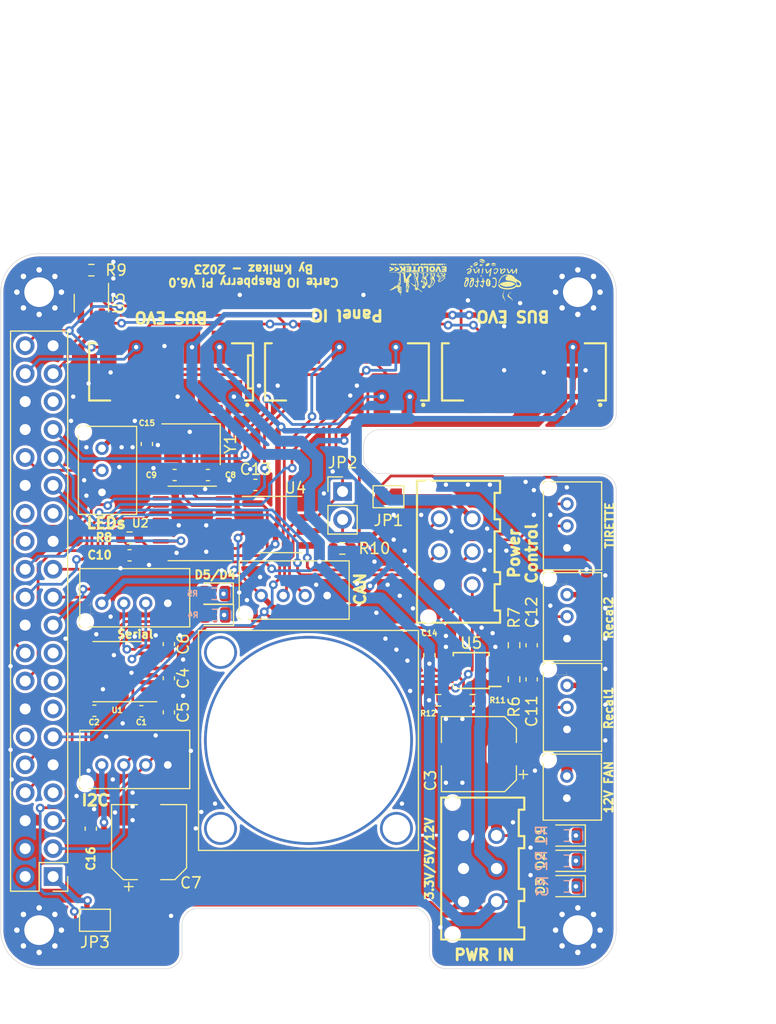
<source format=kicad_pcb>
(kicad_pcb (version 20211014) (generator pcbnew)
  (layers (0 "F.Cu" signal) (31 "B.Cu" signal) (34 "B.Paste" user) (35 "F.Paste" user) (36 "B.SilkS" user "B.Silkscreen") (37 "F.SilkS" user "F.Silkscreen") (38 "B.Mask" user) (39 "F.Mask" user) (44 "Edge.Cuts" user))
  (net 0 "")
  (net 1 "GND")
  (net 2 "+3.3V")
  (net 3 "/RST")
  (net 4 "+5V")
  (net 5 "+12V")
  (net 6 "Net-(C4-Pad1)")
  (net 7 "Net-(D1-Pad1)")
  (net 8 "Net-(D2-Pad1)")
  (net 9 "Net-(C4-Pad2)")
  (net 10 "Net-(D3-Pad1)")
  (net 11 "/TIRETTE")
  (net 12 "Net-(D5-Pad1)")
  (net 13 "/LGRE")
  (net 14 "/LRED")
  (net 15 "/LEDS")
  (net 16 "/SCL")
  (net 17 "/SDA")
  (net 18 "/CANH")
  (net 19 "/CANL")
  (net 20 "/MISO")
  (net 21 "/SCK")
  (net 22 "/INT")
  (net 23 "/CS")
  (net 24 "/MOSI")
  (net 25 "/~{PW_INT}")
  (net 26 "/~{PH}")
  (net 27 "Net-(C5-Pad2)")
  (net 28 "/~{AU}")
  (net 29 "Net-(C6-Pad2)")
  (net 30 "Net-(C1-Pad1)")
  (net 31 "Net-(C1-Pad2)")
  (net 32 "Net-(C8-Pad1)")
  (net 33 "Net-(C9-Pad1)")
  (net 34 "/RECAL1")
  (net 35 "/RECAL2")
  (net 36 "/TX_Raspy")
  (net 37 "Net-(D4-Pad1)")
  (net 38 "/RX_Raspy")
  (net 39 "/RX_CM")
  (net 40 "/TX_CM")
  (net 41 "/BUZZER")
  (net 42 "/RST_H")
  (net 43 "Net-(R8-Pad2)")
  (net 44 "/RST_S")
  (net 67 "Net-(J5-Pad1)")
  (net 68 "Net-(JP2-Pad2)")
  (net 69 "Net-(JP3-Pad1)")
  (net 70 "Net-(U2-Pad1)")
  (net 74 "Net-(U2-Pad2)")
  (footprint "Capacitor_SMD:C_0603_1608Metric" (layer "F.Cu") (at 38.85 60.125)
    (fp_text reference "C8")
    (fp_text value "22pF")
  )
  (footprint "Capacitor_SMD:C_0603_1608Metric" (layer "F.Cu") (at 35.825 60.125 180)
    (fp_text reference "C9")
    (fp_text value "22pF")
  )
  (footprint "Capacitor_SMD:C_0603_1608Metric" (layer "F.Cu") (at 43.175 61.025 180)
    (fp_text reference "C13")
    (fp_text value "100nF")
  )
  (footprint "Capacitor_SMD:C_0603_1608Metric" (layer "F.Cu") (at 31.725 67.425 180)
    (fp_text reference "C10")
    (fp_text value "100nF")
  )
  (footprint "LED_SMD:LED_0805_2012Metric" (layer "F.Cu") (at 39.475 70.9 180)
    (fp_text reference "D5" hide)
    (fp_text value "YELLOW")
  )
  (footprint "LED_SMD:LED_0805_2012Metric" (layer "F.Cu") (at 39.5 72.85 180)
    (fp_text reference "D4" hide)
    (fp_text value "YELLOW")
  )
  (footprint "LED_SMD:LED_0805_2012Metric" (layer "F.Cu") (at 71.5 92.9 180)
    (fp_text reference "D1")
    (fp_text value "RED")
  )
  (footprint "LED_SMD:LED_0805_2012Metric" (layer "F.Cu") (at 71.5 95.2 180)
    (fp_text reference "D2")
    (fp_text value "RED")
  )
  (footprint "ConnectorsEvo:B02B-PASK" (layer "F.Cu") (at 71.5 88.5 90)
    (fp_text reference "J8" hide)
    (fp_text value "FAN")
  )
  (footprint "ConnectorsEvo:B03B-PASK" (layer "F.Cu") (at 71.51825 64.75 90)
    (fp_text reference "J6" hide)
    (fp_text value "Conn_01x03_Male")
  )
  (footprint "ConnectorsEvo:B03B-PASK" (layer "F.Cu") (at 29.21825 59.7 90)
    (fp_text reference "J10" hide)
    (fp_text value "LED strip MDB")
  )
  (footprint "ConnectorsEvo:B04B-PASK" (layer "F.Cu") (at 32.2 86.48175 180)
    (fp_text reference "J9" hide)
    (fp_text value "I2C")
  )
  (footprint "Resistor_SMD:R_0603_1608Metric" (layer "F.Cu") (at 31.725 65.825)
    (fp_text reference "R8")
    (fp_text value "4.7k")
  )
  (footprint "Resistor_SMD:R_0603_1608Metric" (layer "F.Cu") (at 51.075 66.8 180)
    (fp_text reference "R10")
    (fp_text value "120")
  )
  (footprint "Package_SO:SOIC-8_3.9x4.9mm_P1.27mm" (layer "F.Cu") (at 45.425 64.625)
    (fp_text reference "U4")
    (fp_text value "MCP2551-I-SN")
  )
  (footprint "Capacitor_SMD:C_0603_1608Metric" (layer "F.Cu") (at 28.2 92.275 90)
    (fp_text reference "C16")
    (fp_text value "4.7uF")
  )
  (footprint "Capacitor_SMD:C_0603_1608Metric" (layer "F.Cu") (at 33.3 57.3 -90)
    (fp_text reference "C15")
    (fp_text value "4.7uF")
  )
  (footprint "Resistor_SMD:R_0603_1608Metric" (layer "F.Cu") (at 62.925 80.6)
    (fp_text reference "R11")
    (fp_text value "4.7k")
  )
  (footprint "Resistor_SMD:R_0603_1608Metric" (layer "F.Cu") (at 59.8 80.6 180)
    (fp_text reference "R12")
    (fp_text value "4.7k")
  )
  (footprint "ConnectorsEvo:66200621122" (layer "F.Cu") (at 63.6 95.9 90)
    (fp_text reference "J1" hide)
    (fp_text value "Conn_01x06_Male")
  )
  (footprint "ConnectorsEvo:66200621122" (layer "F.Cu") (at 61.4 67.1 90)
    (fp_text reference "J5" hide)
    (fp_text value "Conn_01x06_Male")
  )
  (footprint "LED_SMD:LED_0805_2012Metric" (layer "F.Cu") (at 71.5 97.5 180)
    (fp_text reference "D3")
    (fp_text value "RED")
  )
  (footprint "ConnectorsEvo:690367281076" (layer "F.Cu") (at 51.5 50.75 180)
    (fp_text reference "Panel_IO1" hide)
    (fp_text value "Conn_02x05_Odd_Even")
  )
  (footprint "ConnectorsEvo:690367281076" (layer "F.Cu") (at 67.6 50.75 180)
    (fp_text reference "BUS_EVO2" hide)
    (fp_text value "Conn_02x05_Odd_Even")
  )
  (footprint "Package_SO:TSSOP-16_4.4x5mm_P0.65mm" (layer "F.Cu") (at 30.6 78 180)
    (fp_text reference "U1")
    (fp_text value "MAX3232")
  )
  (footprint "Capacitor_SMD:C_0603_1608Metric" (layer "F.Cu") (at 35.3 81.7 90)
    (fp_text reference "C5")
    (fp_text value "100nF")
  )
  (footprint "Capacitor_SMD:C_0603_1608Metric" (layer "F.Cu") (at 35.3 78.6 -90)
    (fp_text reference "C4")
    (fp_text value "100nF")
  )
  (footprint "Capacitor_SMD:C_0603_1608Metric" (layer "F.Cu") (at 35.3 75.5 -90)
    (fp_text reference "C6")
    (fp_text value "100nF")
  )
  (footprint "Capacitor_SMD:C_0603_1608Metric" (layer "F.Cu") (at 28.525 81.55675 180)
    (fp_text reference "C2")
    (fp_text value "100nF")
  )
  (footprint "Capacitor_SMD:C_0603_1608Metric" (layer "F.Cu") (at 32.8 81.6)
    (fp_text reference "C1")
    (fp_text value "100nF")
  )
  (footprint "ConnectorsEvo:B04B-PASK" (layer "F.Cu") (at 46.7 71.08175 180)
    (fp_text reference "J7" hide)
    (fp_text value "Conn_01x04_Male")
  )
  (footprint "ComponentsEvo:Shield_Raspberry_Pi_with_11mm_Header" (layer "F.Cu") (at 23.5 72.5)
    (fp_text reference "U6" hide)
    (fp_text value "RaspberryPI" hide)
  )
  (footprint "Crystal:Crystal_SMD_5032-4Pin_5.0x3.2mm" (layer "F.Cu") (at 37.325 57.325 180)
    (fp_text reference "Y1")
    (fp_text value "Crystal_GND24")
  )
  (footprint "Package_SO:TSSOP-20_4.4x6.5mm_P0.65mm" (layer "F.Cu") (at 37.425 64.525 180)
    (fp_text reference "U2")
    (fp_text value "MCP2515-xST")
  )
  (footprint "Resistor_SMD:R_0603_1608Metric" (layer "F.Cu") (at 66.7 75.6 -90)
    (fp_text reference "R7")
    (fp_text value "150")
  )
  (footprint "ConnectorsEvo:B03B-PASK" (layer "F.Cu") (at 71.51825 81.25 90)
    (fp_text reference "J3" hide)
    (fp_text value "Conn_01x03_Male")
  )
  (footprint "ConnectorsEvo:B04B-PASK" (layer "F.Cu") (at 32.2 71.78175 180)
    (fp_text reference "J2" hide)
    (fp_text value "Conn_01x04_Male")
  )
  (footprint "ConnectorsEvo:690367281076" (layer "F.Cu") (at 35.5 50.75 180)
    (fp_text reference "BUS_EVO1" hide)
    (fp_text value "Conn_02x05_Odd_Even")
  )
  (footprint "ComponentsEvo:logo-coffee-micro" (layer "F.Cu") (at 64.775 42.425 180)
    (fp_text reference "G***" hide)
    (fp_text value "LOGO" hide)
  )
  (footprint "Jumper:SolderJumper-2_P1.3mm_Open_TrianglePad1.0x1.5mm" (layer "F.Cu") (at 55.275 62.1 180)
    (fp_text reference "JP1")
    (fp_text value "SolderJumper_2_Open")
  )
  (footprint "ComponentsEvo:20x20x10_DC_FAN" (layer "F.Cu") (at 48 84.25 90)
    (fp_text reference "M1" hide)
    (fp_text value "Fan_20x20mm")
  )
  (footprint "Capacitor_SMD:C_0603_1608Metric" (layer "F.Cu") (at 59 76.5 90)
    (fp_text reference "C14")
    (fp_text value "100nF")
  )
  (footprint "Capacitor_SMD:CP_Elec_6.3x7.7" (layer "F.Cu") (at 33.5 93.5 90)
    (fp_text reference "C7")
    (fp_text value "100uF")
  )
  (footprint "Capacitor_SMD:C_0603_1608Metric" (layer "F.Cu") (at 68.3 78.7 -90)
    (fp_text reference "C11")
    (fp_text value "100nF")
  )
  (footprint "Package_TO_SOT_SMD:SOT-23-5" (layer "F.Cu") (at 28.25 44.5 -90)
    (fp_text reference "U3")
    (fp_text value "SN74LVC1G32")
  )
  (footprint "Jumper:SolderJumper-2_P1.3mm_Open_TrianglePad1.0x1.5mm" (layer "F.Cu") (at 28.575 100.6)
    (fp_text reference "JP3")
    (fp_text value "SolderJumper_2_Open")
  )
  (footprint "Resistor_SMD:R_0603_1608Metric" (layer "F.Cu") (at 66.7 78.7 90)
    (fp_text reference "R6")
    (fp_text value "150")
  )
  (footprint "Connector_PinHeader_2.54mm:PinHeader_1x02_P2.54mm_Vertical" (layer "F.Cu") (at 51.1 61.625)
    (fp_text reference "JP2")
    (fp_text value "Jumper_2_Open")
  )
  (footprint "ComponentsEvo:logo-evo-micro" (layer "F.Cu") (at 57.919469 42.405693 180)
    (fp_text reference "G***" hide)
    (fp_text value "LOGO" hide)
  )
  (footprint "ConnectorsEvo:B03B-PASK" (layer "F.Cu") (at 71.51825 73 90)
    (fp_text reference "J4" hide)
    (fp_text value "Conn_01x03_Male")
  )
  (footprint "Capacitor_SMD:CP_Elec_6.3x7.7" (layer "F.Cu") (at 63.5 85.5 180)
    (fp_text reference "C3")
    (fp_text value "100uF")
  )
  (footprint "Capacitor_SMD:C_0603_1608Metric" (layer "F.Cu") (at 68.3 75.6 90)
    (fp_text reference "C12")
    (fp_text value "100nF")
  )
  (footprint "Resistor_SMD:R_0603_1608Metric" (layer "F.Cu") (at 28.25 41.5)
    (fp_text reference "R9")
    (fp_text value "10k")
  )
  (footprint "Package_SO:TSSOP-10_3x3mm_P0.5mm" (layer "F.Cu") (at 62.8 77.9 180)
    (fp_text reference "U5")
    (fp_text value "ADS1115IDGS")
  )
  (footprint "Resistor_SMD:R_0603_1608Metric" (layer "B.Cu") (at 39.45 70.925 180)
    (fp_text reference "R5")
    (fp_text value "68")
  )
  (footprint "Resistor_SMD:R_0603_1608Metric" (layer "B.Cu") (at 39.5 72.85 180)
    (fp_text reference "R4")
    (fp_text value "68")
  )
  (footprint "Resistor_SMD:R_0603_1608Metric" (layer "B.Cu") (at 71.5 92.9 180)
    (fp_text reference "R1")
    (fp_text value "1k")
  )
  (footprint "Resistor_SMD:R_0603_1608Metric" (layer "B.Cu") (at 71.5 95.2 180)
    (fp_text reference "R2")
    (fp_text value "1k")
  )
  (footprint "Resistor_SMD:R_0603_1608Metric" (layer "B.Cu") (at 71.5 97.5225 180)
    (fp_text reference "R3")
    (fp_text value "1k")
  )
  (gr_line (start 20 43.5) (end 20 101.5) (layer "Edge.Cuts") (width 0.05))
  (gr_line (start 72.5 105) (end 60.5 105) (layer "Edge.Cuts") (width 0.05))
  (gr_line (start 76 54.5) (end 76 43.5) (layer "Edge.Cuts") (width 0.05))
  (gr_line (start 59 101) (end 59 103.5) (layer "Edge.Cuts") (width 0.05))
  (gr_line (start 54.5 60) (end 74.5 60) (layer "Edge.Cuts") (width 0.05))
  (gr_arc (start 76 101.5) (mid 74.974874 103.974874) (end 72.5 105) (layer "Edge.Cuts") (width 0.05))
  (gr_line (start 76 101.5) (end 76 61.5) (layer "Edge.Cuts") (width 0.05))
  (gr_line (start 74.5 56) (end 54.5 56) (layer "Edge.Cuts") (width 0.05))
  (gr_arc (start 36.5 101) (mid 36.93934 99.93934) (end 38 99.5) (layer "Edge.Cuts") (width 0.05))
  (gr_arc (start 76 54.5) (mid 75.56066 55.56066) (end 74.5 56) (layer "Edge.Cuts") (width 0.05))
  (gr_line (start 53 57.5) (end 53 58.5) (layer "Edge.Cuts") (width 0.05))
  (gr_line (start 36.5 103.5) (end 36.5 101) (layer "Edge.Cuts") (width 0.05))
  (gr_arc (start 54.5 60) (mid 53.43934 59.56066) (end 53 58.5) (layer "Edge.Cuts") (width 0.05))
  (gr_arc (start 53 57.5) (mid 53.43934 56.43934) (end 54.5 56) (layer "Edge.Cuts") (width 0.05))
  (gr_line (start 38 99.5) (end 57.5 99.5) (layer "Edge.Cuts") (width 0.05))
  (gr_arc (start 74.5 60) (mid 75.56066 60.43934) (end 76 61.5) (layer "Edge.Cuts") (width 0.05))
  (gr_arc (start 36.5 103.5) (mid 36.06066 104.56066) (end 35 105) (layer "Edge.Cuts") (width 0.05))
  (gr_arc (start 23.5 105) (mid 21.025126 103.974874) (end 20 101.5) (layer "Edge.Cuts") (width 0.05))
  (gr_arc (start 60.5 105) (mid 59.43934 104.56066) (end 59 103.5) (layer "Edge.Cuts") (width 0.05))
  (gr_line (start 23.5 105) (end 35 105) (layer "Edge.Cuts") (width 0.05))
  (gr_line (start 72.5 40) (end 23.5 40) (layer "Edge.Cuts") (width 0.05))
  (gr_arc (start 57.5 99.5) (mid 58.56066 99.93934) (end 59 101) (layer "Edge.Cuts") (width 0.05))
  (gr_arc (start 72.5 40) (mid 74.97487 41.02513) (end 76 43.5) (layer "Edge.Cuts") (width 0.05))
  (gr_arc (start 20 43.5) (mid 21.025125 41.025125) (end 23.5 40) (layer "Edge.Cuts") (width 0.05))
  (gr_text "12V FAN" (at 75.3 88.5 90) (layer "F.SilkS") (effects (font (size 0.75 0.75) (thickness 0.1875))))
  (gr_text "BUS EVO" (at 66.6 45.7 180) (layer "F.SilkS") (effects (font (size 1 1) (thickness 0.25))))
  (gr_text "LEDs" (at 29.6 64.5) (layer "F.SilkS") (effects (font (size 1 1) (thickness 0.25))))
  (gr_text "Recal1" (at 75.3 81.3 90) (layer "F.SilkS") (effects (font (size 0.75 0.75) (thickness 0.1875))))
  (gr_text "Panel IO" (at 51.5 45.6 180) (layer "F.SilkS") (effects (font (size 1 1) (thickness 0.25))))
  (gr_text "PWR IN" (at 64 103.75) (layer "F.SilkS") (effects (font (size 1 1) (thickness 0.25))))
  (gr_text "I2C" (at 28.6 89.7) (layer "F.SilkS") (effects (font (size 1 1) (thickness 0.25))))
  (gr_text "CAN" (at 52.7 70.5 90) (layer "F.SilkS") (effects (font (size 1 1) (thickness 0.25))))
  (gr_text "Recal2" (at 75.3 73.1 90) (layer "F.SilkS") (effects (font (size 0.75 0.75) (thickness 0.1875))))
  (gr_text "Carte IO Raspberry Pi V6.0\nBy Kmikaz - 2023" (at 43 42 180) (layer "F.SilkS") (effects (font (size 0.75 0.75) (thickness 0.1875))))
  (gr_text "D5/D4" (at 39.5 69.2) (layer "F.SilkS") (effects (font (size 0.75 0.75) (thickness 0.1875))))
  (gr_text "Serial" (at 32.25 74.6) (layer "F.SilkS") (effects (font (size 0.75 0.75) (thickness 0.1875))))
  (gr_text "TIRETTE" (at 75.4 64.7 90) (layer "F.SilkS") (effects (font (size 0.75 0.75) (thickness 0.1875))))
  (gr_text "Power\nControl" (at 67.5 67.25 90) (layer "F.SilkS") (effects (font (size 1 1) (thickness 0.25))))
  (gr_text "3.3V/5V/12V" (at 59 95 90) (layer "F.SilkS") (effects (font (size 0.75 0.75) (thickness 0.1875))))
  (gr_text "BUS EVO" (at 35.5 45.8 180) (layer "F.SilkS") (effects (font (size 1 1) (thickness 0.25))))
  (segment (start 69.435101 60.324999) (end 70.574999 60.324999) (width 0.25) (layer "F.Cu") (net 1))
  (segment (start 43.841569 73.45) (end 52.95 73.45) (width 0.25) (layer "F.Cu") (net 1))
  (segment (start 70.574999 60.324999) (end 71.5 61.25) (width 0.25) (layer "F.Cu") (net 1))
  (segment (start 42.4 71.5) (end 43.253468 72.353468) (width 0.25) (layer "F.Cu") (net 1))
  (segment (start 43.253468 72.353468) (end 43.253468 72.861899) (width 0.25) (layer "F.Cu") (net 1))
  (segment (start 52.95 73.45) (end 54.5 75) (width 0.25) (layer "F.Cu") (net 1))
  (segment (start 43.253468 72.861899) (end 43.841569 73.45) (width 0.25) (layer "F.Cu") (net 1))
  (segment (start 54.5 75) (end 55 75) (width 0.25) (layer "F.Cu") (net 1))
  (segment (start 68.5 61.2601) (end 69.435101 60.324999) (width 0.25) (layer "F.Cu") (net 1))
  (segment (start 68.5 61.5) (end 68.5 61.2601) (width 0.25) (layer "F.Cu") (net 1))
  (via (at 35.5 100.2) (size 0.8) (drill 0.4) (layers "F.Cu" "B.Cu") (net 1))
  (via (at 54.175 72.65) (size 0.8) (drill 0.4) (layers "F.Cu" "B.Cu") (net 1))
  (via (at 32 91.5) (size 0.8) (drill 0.4) (layers "F.Cu" "B.Cu") (net 1))
  (via (at 43.5 52) (size 0.8) (drill 0.4) (layers "F.Cu" "B.Cu") (net 1))
  (via (at 62 88.1) (size 0.8) (drill 0.4) (layers "F.Cu" "B.Cu") (net 1))
  (via (at 49.4 61.8) (size 0.8) (drill 0.4) (layers "F.Cu" "B.Cu") (net 1))
  (via (at 31.1 82.7) (size 0.8) (drill 0.4) (layers "F.Cu" "B.Cu") (net 1))
  (via (at 52.4 70) (size 0.8) (drill 0.4) (layers "F.Cu" "B.Cu") (net 1))
  (via (at 27.8 57.6) (size 0.8) (drill 0.4) (layers "F.Cu" "B.Cu") (net 1))
  (via (at 33.9 59.5) (size 0.8) (drill 0.4) (layers "F.Cu" "B.Cu") (net 1))
  (via (at 25.9 75) (size 0.8) (drill 0.4) (layers "F.Cu" "B.Cu") (net 1))
  (via (at 56.75 67) (size 0.8) (drill 0.4) (layers "F.Cu" "B.Cu") (net 1))
  (via (at 50.2 59.8) (size 0.8) (drill 0.4) (layers "F.Cu" "B.Cu") (net 1))
  (via (at 30.25 40.75) (size 0.8) (drill 0.4) (layers "F.Cu" "B.Cu") (net 1))
  (via (at 56 76) (size 0.8) (drill 0.4) (layers "F.Cu" "B.Cu") (net 1))
  (via (at 57.25 79.75) (size 0.8) (drill 0.4) (layers "F.Cu" "B.Cu") (net 1))
  (via (at 60.5 61) (size 0.8) (drill 0.4) (layers "F.Cu" "B.Cu") (net 1))
  (via (at 36.3 74.7) (size 0.8) (drill 0.4) (layers "F.Cu" "B.Cu") (net 1))
  (via (at 70 63.75) (size 0.8) (drill 0.4) (layers "F.Cu" "B.Cu") (net 1))
  (via (at 64.5 67) (size 0.8) (drill 0.4) (layers "F.Cu" "B.Cu") (net 1))
  (via (at 61 65.25) (size 0.8) (drill 0.4) (layers "F.Cu" "B.Cu") (net 1))
  (via (at 28.7 74.6) (size 0.8) (drill 0.4) (layers "F.Cu" "B.Cu") (net 1))
  (via (at 53 43.75) (size 0.8) (drill 0.4) (layers "F.Cu" "B.Cu") (net 1))
  (via (at 71.5 61.25) (size 0.8) (drill 0.4) (layers "F.Cu" "B.Cu") (net 1))
  (via (at 65.8 50.6) (size 0.8) (drill 0.4) (layers "F.Cu" "B.Cu") (net 1))
  (via (at 39.5 90) (size 0.8) (drill 0.4) (layers "F.Cu" "B.Cu") (net 1))
  (via (at 26.4 64) (size 0.8) (drill 0.4) (layers "F.Cu" "B.Cu") (net 1))
  (via (at 68.6 87) (size 0.8) (drill 0.4) (layers "F.Cu" "B.Cu") (net 1))
  (via (at 34.1 74.7) (size 0.8) (drill 0.4) (layers "F.Cu" "B.Cu") (net 1))
  (via (at 30.2 87.8) (size 0.8) (drill 0.4) (layers "F.Cu" "B.Cu") (net 1))
  (via (at 56.5 90) (size 0.8) (drill 0.4) (layers "F.Cu" "B.Cu") (net 1))
  (via (at 32 90.25) (size 0.8) (drill 0.4) (layers "F.Cu" "B.Cu") (net 1))
  (via (at 38.25 90.75) (size 0.8) (drill 0.4) (layers "F.Cu" "B.Cu") (net 1))
  (via (at 54 68) (size 0.8) (drill 0.4) (layers "F.Cu" "B.Cu") (net 1))
  (via (at 65.8 46.6) (size 0.8) (drill 0.4) (layers "F.Cu" "B.Cu") (net 1))
  (via (at 60.5 88.1) (size 0.8) (drill 0.4) (layers "F.Cu" "B.Cu") (net 1))
  (via (at 58.25 63.75) (size 0.8) (drill 0.4) (layers "F.Cu" "B.Cu") (net 1))
  (via (at 68.5 61.5) (size 0.8) (drill 0.4) (layers "F.Cu" "B.Cu") (net 1))
  (via (at 26.6 53) (size 0.8) (drill 0.4) (layers "F.Cu" "B.Cu") (net 1))
  (via (at 66 67) (size 0.8) (drill 0.4) (layers "F.Cu" "B.Cu") (net 1))
  (via (at 31.9 78.1) (size 0.8) (drill 0.4) (layers "F.Cu" "B.Cu") (net 1))
  (via (at 38.7 64.7) (size 0.8) (drill 0.4) (layers "F.Cu" "B.Cu") (net 1))
  (via (at 75 84.25) (size 0.8) (drill 0.4) (layers "F.Cu" "B.Cu") (net 1))
  (via (at 30 73) (size 0.8) (drill 0.4) (layers "F.Cu" "B.Cu") (net 1))
  (via (at 66.6 91.7) (size 0.8) (drill 0.4) (layers "F.Cu" "B.Cu") (net 1))
  (via (at 37.75 92.25) (size 0.8) (drill 0.4) (layers "F.Cu" "B.Cu") (net 1))
  (via (at 56.3 71.1) (size 0.8) (drill 0.4) (layers "F.Cu" "B.Cu") (net 1))
  (via (at 32 57.6) (size 0.8) (drill 0.4) (layers "F.Cu" "B.Cu") (net 1))
  (via (at 38.7 67.1) (size 0.8) (drill 0.4) (layers "F.Cu" "B.Cu") (net 1))
  (via (at 45.2 52) (size 0.8) (drill 0.4) (layers "F.Cu" "B.Cu") (net 1))
  (via (at 21 87.8) (size 0.8) (drill 0.4) (layers "F.Cu" "B.Cu") (net 1))
  (via (at 68.5 63.75) (size 0.8) (drill 0.4) (layers "F.Cu" "B.Cu") (net 1))
  (via (at 75 75) (size 0.8) (drill 0.4) (layers "F.Cu" "B.Cu") (net 1))
  (via (at 55.75 63.75) (size 0.8) (drill 0.4) (layers "F.Cu" "B.Cu") (net 1))
  (via (at 69.4 50.8) (size 0.8) (drill 0.4) (layers "F.Cu" "B.Cu") (net 1))
  (via (at 67.25 44.5) (size 0.8) (drill 0.4) (layers "F.Cu" "B.Cu") (net 1))
  (via (at 43.6 69.4) (size 0.8) (drill 0.4) (layers "F.Cu" "B.Cu") (net 1))
  (via (at 40.8 60.6) (size 0.8) (drill 0.4) (layers "F.Cu" "B.Cu") (net 1))
  (via (at 42.4 71.5) (size 0.8) (drill 0.4) (layers "F.Cu" "B.Cu") (net 1))
  (via (at 28.5 90.5) (size 0.8) (drill 0.4) (layers "F.Cu" "B.Cu") (net 1))
  (via (at 42.7 59.6) (size 0.8) (drill 0.4) (layers "F.Cu" "B.Cu") (net 1))
  (via (at 70 72) (size 0.8) (drill 0.4) (layers "F.Cu" "B.Cu") (net 1))
  (via (at 57 77) (size 0.8) (drill 0.4) (layers "F.Cu" "B.Cu") (net 1))
  (via (at 55.75 66) (size 0.8) (drill 0.4) (layers "F.Cu" "B.Cu") (net 1))
  (via (at 36.1 53) (size 0.8) (drill 0.4) (layers "F.Cu" "B.Cu") (net 1))
  (via (at 27.8 62) (size 0.8) (drill 0.4) (layers "F.Cu" "B.Cu") (net 1))
  (via (at 20.9 77.5) (size 0.8) (drill 0.4) (layers "F.Cu" "B.Cu") (net 1))
  (via (at 30 50.8) (size 0.8) (drill 0.4) (layers "F.Cu" "B.Cu") (net 1))
  (via (at 63.75 74) (size 0.8) (drill 0.4) (layers "F.Cu" "B.Cu") (net 1))
  (via (at 68.2 94) (size 0.8) (drill 0.4) (layers "F.Cu" "B.Cu") (net 1))
  (via (at 38.6 61.4) (size 0.8) (drill 0.4) (layers "F.Cu" "B.Cu") (net 1))
  (via (at 30.25 42.25) (size 0.8) (drill 0.4) (layers "F.Cu" "B.Cu") (net 1))
  (via (at 48.7 70.1) (size 0.8) (drill 0.4) (layers "F.Cu" "B.Cu") (net 1))
  (via (at 73.2 50.6) (size 0.8) (drill 0.4) (layers "F.Cu" "B.Cu") (net 1))
  (via (at 67.75 60.75) (size 0.8) (drill 0.4) (layers "F.Cu" "B.Cu") (net 1))
  (via (at 60.5 82.3) (size 0.8) (drill 0.4) (layers "F.Cu" "B.Cu") (net 1))
  (via (at 30.25 43.75) (size 0.8) (drill 0.4) (layers "F.Cu" "B.Cu") (net 1))
  (via (at 57.5 72.25) (size 0.8) (drill 0.4) (layers "F.Cu" "B.Cu") (net 1))
  (via (at 29.3 79.6) (size 0.8) (drill 0.4) (layers "F.Cu" "B.Cu") (net 1))
  (via (at 34.3 57.4) (size 0.8) (drill 0.4) (layers "F.Cu" "B.Cu") (net 1))
  (via (at 55 75) (size 0.8) (drill 0.4) (layers "F.Cu" "B.Cu") (net 1))
  (via (at 30.4 90.8) (size 0.8) (drill 0.4) (layers "F.Cu" "B.Cu") (net 1))
  (via (at 30.9 68.6) (size 0.8) (drill 0.4) (layers "F.Cu" "B.Cu") (net 1))
  (via (at 75 69.25) (size 0.8) (drill 0.4) (layers "F.Cu" "B.Cu") (net 1))
  (via (at 32 89) (size 0.8) (drill 0.4) (layers "F.Cu" "B.Cu") (net 1))
  (via (at 75 72.25) (size 0.8) (drill 0.4) (layers "F.Cu" "B.Cu") (net 1))
  (via (at 30.3 76.5) (size 0.8) (drill 0.4) (layers "F.Cu" "B.Cu") (net 1))
  (via (at 34.9 48.4) (size 0.8) (drill 0.4) (layers "F.Cu" "B.Cu") (net 1))
  (via (at 26.9 89.3) (size 0.8) (drill 0.4) (layers "F.Cu" "B.Cu") (net 1))
  (via (at 36.6 76.9) (size 0.8) (drill 0.4) (layers "F.Cu" "B.Cu") (net 1))
  (via (at 33.5 68.3) (size 0.8) (drill 0.4) (layers "F.Cu" "B.Cu") (net 1))
  (via (at 36.2 64.7) (size 0.8) (drill 0.4) (layers "F.Cu" "B.Cu") (net 1))
  (via (at 32.2 55.2) (size 0.8) (drill 0.4) (layers "F.Cu" "B.Cu") (net 1))
  (via (at 68.2 96.5) (size 0.8) (drill 0.4) (layers "F.Cu" "B.Cu") (net 1))
  (via (at 20.9 85.1) (size 0.8) (drill 0.4) (layers "F.Cu" "B.Cu") (net 1))
  (via (at 62.5 61) (size 0.8) (drill 0.4) (layers "F.Cu" "B.Cu") (net 1))
  (via (at 52.4 52) (size 0.8) (drill 0.4) (layers "F.Cu" "B.Cu") (net 1))
  (via (at 68.75 73.5) (size 0.8) (drill 0.4) (layers "F.Cu" "B.Cu") (net 1))
  (via (at 51.8 52.9) (size 0.8) (drill 0.4) (layers "F.Cu" "B.Cu") (net 1))
  (via (at 34.1 83.8) (size 0.8) (drill 0.4) (layers "F.Cu" "B.Cu") (net 1))
  (via (at 32.2 74.8) (size 0.8) (drill 0.4) (layers "F.Cu" "B.Cu") (net 1))
  (via (at 30.8 59.4) (size 0.8) (drill 0.4) (layers "F.Cu" "B.Cu") (net 1))
  (via (at 55.2 70.1) (size 0.8) (drill 0.4) (layers "F.Cu" "B.Cu") (net 1))
  (via (at 65 75.75) (size 0.8) (drill 0.4) (layers "F.Cu" "B.Cu") (net 1))
  (via (at 60 101.25) (size 0.8) (drill 0.4) (layers "F.Cu" "B.Cu") (net 1))
  (via (at 37.3 85.2) (size 0.8) (drill 0.4) (layers "F.Cu" "B.Cu") (net 1))
  (via (at 64.5 61) (size 0.8) (drill 0.4) (layers "F.Cu" "B.Cu") (net 1))
  (via (at 27.6 60.6) (size 0.8) (drill 0.4) (layers "F.Cu" "B.Cu") (net 1))
  (via (at 36 67.2) (size 0.8) (drill 0.4) (layers "F.Cu" "B.Cu") (net 1))
  (via (at 41.7 70.8) (size 0.8) (drill 0.4) (layers "F.Cu" "B.Cu") (net 1))
  (via (at 64 68.75) (size 0.8) (drill 0.4) (layers "F.Cu" "B.Cu") (net 1))
  (via (at 60.5 74.75) (size 0.8) (drill 0.4) (layers "F.Cu" "B.Cu") (net 1))
  (via (at 64.75 74.5) (size 0.8) (drill 0.4) (layers "F.Cu" "B.Cu") (net 1))
  (via (at 28 87) (size 0.8) (drill 0.4) (layers "F.Cu" "B.Cu") (net 1))
  (via (at 64.25 65) (size 0.8) (drill 0.4) (layers "F.Cu" "B.Cu") (net 1))
  (via (at 62.5 44.25) (size 0.8) (drill 0.4) (layers "F.Cu" "B.Cu") (net 1))
  (via (at 40.1 68.8) (size 0.8) (drill 0.4) (layers "F.Cu" "B.Cu") (net 1))
  (via (at 37.2 56.2) (size 0.8) (drill 0.4) (layers "F.Cu" "B.Cu") (net 1))
  (via (at 62 82.3) (size 0.8) (drill 0.4) (layers "F.Cu" "B.Cu") (net 1))
  (via (at 75 81) (size 0.8) (drill 0.4) (layers "F.Cu" "B.Cu") (net 1))
  (via (at 60.5 75.75) (size 0.8) (drill 0.4) (layers "F.Cu" "B.Cu") (net 1))
  (via (at 29.6 83.9) (size 0.8) (drill 0.4) (layers "F.Cu" "B.Cu") (net 1))
  (via (at 28 51.8) (size 0.8) (drill 0.4) (layers "F.Cu" "B.Cu") (net 1))
  (via (at 31 57.6) (size 0.8) (drill 0.4) (layers "F.Cu" "B.Cu") (net 1))
  (via (at 75 77.75) (size 0.8) (drill 0.4) (layers "F.Cu" "B.Cu") (net 1))
  (via (at 36.6 80.2) (size 0.8) (drill 0.4) (layers "F.Cu" "B.Cu") (net 1))
  (via (at 26.4 55.2) (size 0.8) (drill 0.4) (layers "F.Cu" "B.Cu") (net 1))
  (via (at 41.75 43.75) (size 0.8) (drill 0.4) (layers "F.Cu" "B.Cu") (net 1))
  (segment (start 68.15 62.75) (end 65.675 60.275) (width 0.25) (layer "F.Cu") (net 2))
  (segment (start 27.75 81.55675) (end 27.75 86.086396) (width 0.25) (layer "F.Cu") (net 2))
  (segment (start 53.2 67.530634) (end 52.555634 68.175) (width 0.5) (layer "F.Cu") (net 2))
  (segment (start 54.55 61.15) (end 54.55 62.1) (width 0.25) (layer "F.Cu") (net 2))
  (segment (start 29.3 100.6) (end 32.139949 100.6) (width 0.5) (layer "F.Cu") (net 2))
  (segment (start 31 46.3245) (end 29.887 46.3245) (width 0.25) (layer "F.Cu") (net 2))
  (segment (start 59.775 81.4) (end 58.975 80.6) (width 0.25) (layer "F.Cu") (net 2))
  (segment (start 59.336581 60.275) (end 59.27658 60.214999) (width 0.25) (layer "F.Cu") (net 2))
  (segment (start 60.115 100.115) (end 63.885 100.115) (width 0.5) (layer "F.Cu") (net 2))
  (segment (start 44.6505 68.65) (end 44.0255 68.025) (width 0.25) (layer "F.Cu") (net 2))
  (segment (start 27.21538 101.675) (end 26.8 101.25962) (width 0.25) (layer "F.Cu") (net 2))
  (segment (start 67.6 98.9) (end 69 97.5) (width 0.25) (layer "F.Cu") (net 2))
  (segment (start 69.505 47.75) (end 69.505 48.5) (width 0.5) (layer "F.Cu") (net 2))
  (segment (start 26.8 99.9) (end 26.7 99.8) (width 0.25) (layer "F.Cu") (net 2))
  (segment (start 23.625 90.375) (end 23.6 90.4) (width 0.25) (layer "F.Cu") (net 2))
  (segment (start 34.5625 67.45) (end 32.525 67.45) (width 0.25) (layer "F.Cu") (net 2))
  (segment (start 32.525 67.45) (end 32.5 67.425) (width 0.25) (layer "F.Cu") (net 2))
  (segment (start 71.51825 62.75) (end 68.15 62.75) (width 0.25) (layer "F.Cu") (net 2))
  (segment (start 63.75 80.6) (end 62.95 81.4) (width 0.25) (layer "F.Cu") (net 2))
  (segment (start 59.625 77.9) (end 59 77.275) (width 0.25) (layer "F.Cu") (net 2))
  (segment (start 29.3 100.6) (end 29.3 100.85962) (width 0.25) (layer "F.Cu") (net 2))
  (segment (start 55.485001 60.214999) (end 54.55 61.15) (width 0.25) (layer "F.Cu") (net 2))
  (segment (start 54.55 62.1) (end 54.55 64.95) (width 0.5) (layer "F.Cu") (net 2))
  (segment (start 26.8 101.25962) (end 26.8 99.9) (width 0.25) (layer "F.Cu") (net 2))
  (segment (start 69 97.5) (end 70.5625 97.5) (width 0.25) (layer "F.Cu") (net 2))
  (segment (start 25.125 90.375) (end 23.625 90.375) (width 0.25) (layer "F.Cu") (net 2))
  (segment (start 30.9 65.825) (end 32.5 67.425) (width 0.25) (layer "F.Cu") (net 2))
  (segment (start 61.09258 45.6) (end 61.105937 45.586643) (width 0.5) (layer "F.Cu") (net 2))
  (segment (start 25.945 89.555) (end 25.125 90.375) (width 0.25) (layer "F.Cu") (net 2))
  (segment (start 28.48462 101.675) (end 27.21538 101.675) (width 0.25) (layer "F.Cu") (net 2))
  (segment (start 63.885 100.115) (end 65.1 98.9) (width 0.5) (layer "F.Cu") (net 2))
  (segment (start 27.85 80.35) (end 27.775 80.275) (width 0.25) (layer "F.Cu") (net 2))
  (segment (start 52.555634 68.175) (end 49.175 68.175) (width 0.5) (layer "F.Cu") (net 2))
  (segment (start 65.1 98.9) (end 67.6 98.9) (width 0.25) (layer "F.Cu") (net 2))
  (segment (start 33.639949 99.1) (end 59.1 99.1) (width 0.5) (layer "F.Cu") (net 2))
  (segment (start 49.175 68.175) (end 48.993982 67.993982) (width 0.5) (layer "F.Cu") (net 2))
  (segment (start 62.6095 45.579939) (end 67.334939 45.579939) (width 0.5) (layer "F.Cu") (net 2))
  (segment (start 27.75 81.55675) (end 27.84325 81.55675) (width 0.25) (layer "F.Cu") (net 2))
  (segment (start 48.6 45.6) (end 61.09258 45.6) (width 0.5) (layer "F.Cu") (net 2))
  (segment (start 59.1 99.1) (end 60.115 100.115) (width 0.5) (layer "F.Cu") (net 2))
  (segment (start 53.2 66.3) (end 53.2 67.530634) (width 0.5) (layer "F.Cu") (net 2))
  (segment (start 29.3 100.85962) (end 28.48462 101.675) (width 0.25) (layer "F.Cu") (net 2))
  (segment (start 29.887 46.3245) (end 29.2 45.6375) (width 0.25) (layer "F.Cu") (net 2))
  (segment (start 35.1375 68.025) (end 34.5625 67.45) (width 0.25) (layer "F.Cu") (net 2))
  (segment (start 44.0255 68.025) (end 35.1375 68.025) (width 0.25) (layer "F.Cu") (net 2))
  (segment (start 27.75 86.086396) (end 25.945 87.891396) (width 0.25) (layer "F.Cu") (net 2))
  (segment (start 67.334939 45.579939) (end 69.505 47.75) (width 0.5) (layer "F.Cu") (net 2))
  (segment (start 27.8 81.55675) (end 27.8 80.35) (width 0.25) (layer "F.Cu") (net 2))
  (segment (start 62.95 81.4) (end 59.775 81.4) (width 0.25) (layer "F.Cu") (net 2))
  (segment (start 65.675 60.275) (end 59.336581 60.275) (width 0.25) (layer "F.Cu") (net 2))
  (segment (start 32.139949 100.6) (end 33.639949 99.1) (width 0.5) (layer "F.Cu") (net 2))
  (segment (start 59.27658 60.214999) (end 55.485001 60.214999) (width 0.25) (layer "F.Cu") (net 2))
  (segment (start 54.55 64.95) (end 53.2 66.3) (width 0.5) (layer "F.Cu") (net 2))
  (segment (start 25.945 87.891396) (end 25.945 89.555) (width 0.25) (layer "F.Cu") (net 2))
  (segment (start 60.65 77.9) (end 59.625 77.9) (width 0.25) (layer "F.Cu") (net 2))
  (via (at 58.975 80.6) (size 0.8) (drill 0.4) (layers "F.Cu" "B.Cu") (net 2))
  (via (at 48.6 45.6) (size 0.8) (drill 0.4) (layers "F.Cu" "B.Cu") (net 2))
  (via (at 31 46.3245) (size 0.8) (drill 0.4) (layers "F.Cu" "B.Cu") (net 2))
  (via (at 26.7 99.8) (size 0.8) (drill 0.4) (layers "F.Cu" "B.Cu") (net 2))
  (via (at 37.405 48.5) (size 0.8) (drill 0.4) (layers "F.Cu" "B.Cu") (net 2))
  (via (at 62.6095 45.579939) (size 0.8) (drill 0.4) (layers "F.Cu" "B.Cu") (net 2))
  (via (at 48.993982 67.993982) (size 0.8) (drill 0.4) (layers "F.Cu" "B.Cu") (net 2))
  (via (at 23.6 90.4) (size 0.8) (drill 0.4) (layers "F.Cu" "B.Cu") (net 2))
  (via (at 61.105937 45.586643) (size 0.8) (drill 0.4) (layers "F.Cu" "B.Cu") (net 2))
  (via (at 59 77.275) (size 0.8) (drill 0.4) (layers "F.Cu" "B.Cu") (net 2))
  (via (at 44.6505 68.65) (size 0.8) (drill 0.4) (layers "F.Cu" "B.Cu") (net 2))
  (segment (start 46.85 58.25) (end 43.75 58.25) (width 1) (layer "B.Cu") (net 2))
  (segment (start 23.595 97.8) (end 23.995 98.2) (width 0.25) (layer "B.Cu") (net 2))
  (segment (start 59 75.7) (end 54.6 71.3) (width 1) (layer "B.Cu") (net 2))
  (segment (start 31.0745 46.25) (end 39.655 46.25) (width 0.25) (layer "B.Cu") (net 2))
  (segment (start 46.5 61.080135) (end 47.6245 59.955635) (width 1) (layer "B.Cu") (net 2))
  (segment (start 44.6505 68.65) (end 44.8255 68.825) (width 0.25) (layer "B.Cu") (net 2))
  (segment (start 23.595 90.405) (end 23.595 97.8) (width 0.25) (layer "B.Cu") (net 2))
  (segment (start 46.5 63.797056) (end 46.5 61.080135) (width 1) (layer "B.Cu") (net 2))
  (segment (start 48.993982 68.243982) (end 48.993982 67.993982) (width 1) (layer "B.Cu") (net 2))
  (segment (start 43.75 58.25) (end 37.4 51.9) (width 1) (layer "B.Cu") (net 2))
  (segment (start 23.6 90.4) (end 23.595 90.405) (width 0.25) (layer "B.Cu") (net 2))
  (segment (start 52.05 71.3) (end 48.993982 68.243982) (width 1) (layer "B.Cu") (net 2))
  (segment (start 39.655 46.25) (end 39.7025 46.2025) (width 0.25) (layer "B.Cu") (net 2))
  (segment (start 37.405 48.5) (end 38.9025 47.0025) (width 0.5) (layer "B.Cu") (net 2))
  (segment (start 40.355 45.55) (end 41.55 45.55) (width 0.5) (layer "B.Cu") (net 2))
  (segment (start 63.360001 100.639999) (end 61.768176 100.639999) (width 1) (layer "B.Cu") (net 2))
  (segment (start 23.995 98.2) (end 24.6 98.2) (width 0.25) (layer "B.Cu") (net 2))
  (segment (start 54.6 71.3) (end 52.05 71.3) (width 1) (layer "B.Cu") (net 2))
  (segment (start 61.105937 45.586643) (end 62.602796 45.586643) (width 0.5) (layer "B.Cu") (net 2))
  (segment (start 47.6245 59.955635) (end 47.6245 59.0245) (width 1) (layer "B.Cu") (net 2))
  (segment (start 37.4 48.505) (end 37.405 48.5) (width 1) (layer "B.Cu") (net 2))
  (segment (start 38.9025 47.0025) (end 39.7025 46.2025) (width 0.5) (layer "B.Cu") (net 2))
  (segment (start 25.4 98.2) (end 26.5 99.3) (width 0.25) (layer "B.Cu") (net 2))
  (segment (start 26.7 99.5) (end 26.7 99.8) (width 0.25) (layer "B.Cu") (net 2))
  (segment (start 37.4 51.9) (end 37.4 48.505) (width 1) (layer "B.Cu") (net 2))
  (segment (start 48.55 45.55) (end 48.6 45.6) (width 0.5) (layer "B.Cu") (net 2))
  (segment (start 44.8255 68.825) (end 48.162964 68.825) (width 0.25) (layer "B.Cu") (net 2))
  (segment (start 48.993982 66.291038) (end 46.5 63.797056) (width 1) (layer "B.Cu") (net 2))
  (segment (start 59 97.871823) (end 59 75.7) (width 1) (layer "B.Cu") (net 2))
  (segment (start 39.7025 46.2025) (end 40.355 45.55) (width 0.5) (layer "B.Cu") (net 2))
  (segment (start 62.602796 45.586643) (end 62.6095 45.579939) (width 0.5) (layer "B.Cu") (net 2))
  (segment (start 65.1 98.9) (end 63.360001 100.639999) (width 1) (layer "B.Cu") (net 2))
  (segment (start 31 46.3245) (end 31.0745 46.25) (width 0.25) (layer "B.Cu") (net 2))
  (segment (start 47.6245 59.0245) (end 46.85 58.25) (width 1) (layer "B.Cu") (net 2))
  (segment (start 24.6 98.2) (end 25.4 98.2) (width 0.25) (layer "B.Cu") (net 2))
  (segment (start 48.993982 67.993982) (end 48.993982 66.291038) (width 1) (layer "B.Cu") (net 2))
  (segment (start 26.5 99.3) (end 26.7 99.5) (width 0.25) (layer "B.Cu") (net 2))
  (segment (start 41.55 45.55) (end 48.55 45.55) (width 0.5) (layer "B.Cu") (net 2))
  (segment (start 48.162964 68.825) (end 48.993982 67.993982) (width 0.25) (layer "B.Cu") (net 2))
  (segment (start 61.768176 100.639999) (end 59 97.871823) (width 1) (layer "B.Cu") (net 2))
  (segment (start 26.25 47) (end 27.3 45.95) (width 0.25) (layer "F.Cu") (net 3))
  (segment (start 28.25 48.5) (end 29.785 48.5) (width 0.25) (layer "F.Cu") (net 3))
  (segment (start 61.5 44.75) (end 59.5 44.75) (width 0.25) (layer "F.Cu") (net 3))
  (segment (start 61.75 45) (end 61.5 44.75) (width 0.25) (layer "F.Cu") (net 3))
  (segment (start 59.5 44.75) (end 30.8755 44.75) (width 0.25) (layer "F.Cu") (net 3))
  (segment (start 30.8755 44.75) (end 30.825049 44.800451) (width 0.25) (layer "F.Cu") (net 3))
  (segment (start 23.6 47) (end 26.25 47) (width 0.25) (layer "F.Cu") (net 3))
  (segment (start 61.75 45) (end 61.885 45.135) (width 0.25) (layer "F.Cu") (net 3))
  (segment (start 61.885 45.135) (end 61.885 48.5) (width 0.25) (layer "F.Cu") (net 3))
  (segment (start 27.3 45.95) (end 27.3 45.6375) (width 0.25) (layer "F.Cu") (net 3))
  (segment (start 22.23 48.37) (end 23.6 47) (width 0.25) (layer "F.Cu") (net 3))
  (via (at 28.25 48.5) (size 0.8) (drill 0.4) (layers "F.Cu" "B.Cu") (net 3))
  (via (at 26.25 47) (size 0.8) (drill 0.4) (layers "F.Cu" "B.Cu") (net 3))
  (via (at 30.825049 44.800451) (size 0.8) (drill 0.4) (layers "F.Cu" "B.Cu") (net 3))
  (segment (start 27.75 48.5) (end 28.25 48.5) (width 0.25) (layer "B.Cu") (net 3))
  (segment (start 30.825049 44.800451) (end 28.449549 44.800451) (width 0.25) (layer "B.Cu") (net 3))
  (segment (start 28.449549 44.800451) (end 26.25 47) (width 0.25) (layer "B.Cu") (net 3))
  (segment (start 26.25 47) (end 27.75 48.5) (width 0.25) (layer "B.Cu") (net 3))
  (segment (start 41.25 68.7495) (end 41.36775 68.7495) (width 0.25) (layer "F.Cu") (net 4))
  (segment (start 34.05 54.95) (end 37.475 54.95) (width 0.5) (layer "F.Cu") (net 4))
  (segment (start 51.2 57) (end 51.25 57) (width 0.5) (layer "F.Cu") (net 4))
  (segment (start 52.25 55.5) (end 68.885 55.5) (width 0.5) (layer "F.Cu") (net 4))
  (segment (start 29.21825 57.68175) (end 30.375 56.525) (width 0.5) (layer "F.Cu") (net 4))
  (segment (start 30.375 56.525) (end 33.3 56.525) (width 0.5) (layer "F.Cu") (net 4))
  (segment (start 38.675 53.75) (end 38.675 53) (width 0.5) (layer "F.Cu") (net 4))
  (segment (start 65.8 95.2) (end 70.5625 95.2) (width 0.25) (layer "F.Cu") (net 4))
  (segment (start 40.8 59.425) (end 40.8 53.415) (width 0.25) (layer "F.Cu") (net 4))
  (segment (start 42.95 65.26) (end 42.16 65.26) (width 0.25) (layer "F.Cu") (net 4))
  (segment (start 29.21825 57.7) (end 29.21825 57.68175) (width 0.5) (layer "F.Cu") (net 4))
  (segment (start 51.2 57) (end 51.2 56.55) (width 0.5) (layer "F.Cu") (net 4))
  (segment (start 65.1 95.9) (end 65.8 95.2) (width 0.25) (layer "F.Cu") (net 4))
  (segment (start 70.775 53.61) (end 70.775 53) (width 0.5) (layer "F.Cu") (net 4))
  (segment (start 70.775 53) (end 73.315 53) (width 0.5) (layer "F.Cu") (net 4))
  (segment (start 41.215 53) (end 38.675 53) (width 1) (layer "F.Cu") (net 4))
  (segment (start 42.185047 65.26) (end 41.595241 65.849806) (width 0.25) (layer "F.Cu") (net 4))
  (segment (start 51.2 56.55) (end 52.25 55.5) (width 0.5) (layer "F.Cu") (net 4))
  (segment (start 28.75 93.05) (end 28.2 93.05) (width 0.5) (layer "F.Cu") (net 4))
  (segment (start 41.36775 68.7495) (end 43.7 71.08175) (width 0.25) (layer "F.Cu") (net 4))
  (segment (start 44.81825 72.2) (end 43.7 71.08175) (width 0.5) (layer "F.Cu") (net 4))
  (segment (start 37.475 54.95) (end 38.675 53.75) (width 0.5) (layer "F.Cu") (net 4))
  (segment (start 51.8 72.2) (end 44.81825 72.2) (width 0.5) (layer "F.Cu") (net 4))
  (segment (start 33.3 56.525) (end 33.3 55.7) (width 0.5) (layer "F.Cu") (net 4))
  (segment (start 42.95 65.26) (end 42.185047 65.26) (width 0.25) (layer "F.Cu") (net 4))
  (segment (start 42.4 61.025) (end 40.8 59.425) (width 0.25) (layer "F.Cu") (net 4))
  (segment (start 29.4 91.7) (end 29.4 92.4) (width 0.5) (layer "F.Cu") (net 4))
  (segment (start 53.6 70.4) (end 51.8 72.2) (width 0.5) (layer "F.Cu") (net 4))
  (segment (start 33.3 55.7) (end 34.05 54.95) (width 0.5) (layer "F.Cu") (net 4))
  (segment (start 68.885 55.5) (end 70.775 53.61) (width 0.5) (layer "F.Cu") (net 4))
  (segment (start 40.8 53.415) (end 41.215 53) (width 0.25) (layer "F.Cu") (net 4))
  (segment (start 53.6 70.2) (end 53.6 70.4) (width 0.5) (layer "F.Cu") (net 4))
  (segment (start 29.4 92.4) (end 28.75 93.05) (width 0.5) (layer "F.Cu") (net 4))
  (via (at 53.6 70.2) (size 0.8) (drill 0.4) (layers "F.Cu" "B.Cu") (net 4))
  (via (at 41.215 53) (size 0.8) (drill 0.4) (layers "F.Cu" "B.Cu") (net 4))
  (via (at 51.25 57) (size 0.8) (drill 0.4) (layers "F.Cu" "B.Cu") (net 4))
  (via (at 41.595241 65.849806) (size 0.8) (drill 0.4) (layers "F.Cu" "B.Cu") (net 4))
  (via (at 29.4 91.7) (size 0.8) (drill 0.4) (layers "F.Cu" "B.Cu") (net 4))
  (via (at 41.25 68.7495) (size 0.8) (drill 0.4) (layers "F.Cu" "B.Cu") (net 4))
  (segment (start 63.633377 75.933377) (end 55.3 67.6) (width 1) (layer "B.Cu") (net 4))
  (segment (start 48.098528 57.801472) (end 48.8245 58.527444) (width 1) (layer "B.Cu") (net 4))
  (segment (start 53.6 70.2) (end 55.3 68.5) (width 0.5) (layer "B.Cu") (net 4))
  (segment (start 53.5 65.8) (end 55.3 67.6) (width 1) (layer "B.Cu") (net 4))
  (segment (start 41.215 53) (end 45.265 57.05) (width 1) (layer "B.Cu") (net 4))
  (segment (start 41.595241 68.404259) (end 41.25 68.7495) (width 0.25) (layer "B.Cu") (net 4))
  (segment (start 55.3 68.5) (end 55.3 67.6) (width 0.5) (layer "B.Cu") (net 4))
  (segment (start 48.1 61.177191) (end 48.1 63.7) (width 1) (layer "B.Cu") (net 4))
  (segment (start 63.565 83.065) (end 63.633377 82.996623) (width 1) (layer "B.Cu") (net 4))
  (segment (start 29.4 89.2) (end 29.4 91.7) (width 0.5) (layer "B.Cu") (net 4))
  (segment (start 63.633377 82.996623) (end 63.633377 75.933377) (width 1) (layer "B.Cu") (net 4))
  (segment (start 63.565 94.365) (end 63.565 83.065) (width 1) (layer "B.Cu") (net 4))
  (segment (start 48.8245 60.452691) (end 48.1 61.177191) (width 1) (layer "B.Cu") (net 4))
  (segment (start 29.2 86.48175) (end 29.2 89) (width 0.5) (layer "B.Cu") (net 4))
  (segment (start 48.1 63.7) (end 50.2 65.8) (width 1) (layer "B.Cu") (net 4))
  (segment (start 45.265 57.05) (end 47.347056 57.05) (width 1) (layer "B.Cu") (net 4))
  (segment (start 51.25 57) (end 48.9 57) (width 0.5) (layer "B.Cu") (net 4))
  (segment (start 50.2 65.8) (end 53.5 65.8) (width 1) (layer "B.Cu") (net 4))
  (segment (start 29.2 89) (end 29.4 89.2) (width 0.5) (layer "B.Cu") (net 4))
  (segment (start 48.8245 58.527444) (end 48.8245 60.452691) (width 1) (layer "B.Cu") (net 4))
  (segment (start 47.347056 57.05) (end 48.098528 57.801472) (width 1) (layer "B.Cu") (net 4))
  (segment (start 48.9 57) (end 48.098528 57.801472) (width 0.5) (layer "B.Cu") (net 4))
  (segment (start 41.595241 65.849806) (end 41.595241 68.404259) (width 0.25) (layer "B.Cu") (net 4))
  (segment (start 65.1 95.9) (end 63.565 94.365) (width 1) (layer "B.Cu") (net 4))
  (segment (start 65.1 92.9) (end 70.5625 92.9) (width 0.25) (layer "F.Cu") (net 5))
  (segment (start 45.225 64.525431) (end 45 64.750431) (width 0.5) (layer "F.Cu") (net 5))
  (segment (start 66.2 85.5) (end 67.000001 84.699999) (width 1) (layer "F.Cu") (net 5))
  (segment (start 73.3 72.78175) (end 73.3 70.8) (width 1) (layer "F.Cu") (net 5))
  (segment (start 71.51825 71) (end 73.1 71) (width 0.5) (layer "F.Cu") (net 5))
  (segment (start 45.225 56.025) (end 45.225 64.525431) (width 0.5) (layer "F.Cu") (net 5))
  (segment (start 73.1 71) (end 73.3 70.8) (width 0.5) (layer "F.Cu") (net 5))
  (segment (start 45 64.750431) (end 45 66.3755) (width 0.5) (layer "F.Cu") (net 5))
  (segment (start 71.51825 79.25) (end 73.05 79.25) (width 0.5) (layer "F.Cu") (net 5))
  (segment (start 73.3 79.5) (end 73.3 72.78175) (width 1) (layer "F.Cu") (net 5))
  (segment (start 73.3 70.8) (end 73.3 68.7) (width 1) (layer "F.Cu") (net 5))
  (segment (start 67.000001 84.699999) (end 71.500001 84.699999) (width 1) (layer "F.Cu") (net 5))
  (segment (start 73.3 83.312385) (end 73.3 79.5) (width 1) (layer "F.Cu") (net 5))
  (segment (start 45 66.3755) (end 44.9755 66.4) (width 0.5) (layer "F.Cu") (net 5))
  (segment (start 73.05 79.25) (end 73.3 79.5) (width 0.5) (layer "F.Cu") (net 5))
  (segment (start 71.500001 84.699999) (end 71.912386 84.699999) (width 1) (layer "F.Cu") (net 5))
  (segment (start 71.912386 84.699999) (end 73.3 83.312385) (width 1) (layer "F.Cu") (net 5))
  (segment (start 39.945 48.5) (end 39.9 48.5) (width 0.5) (layer "F.Cu") (net 5))
  (segment (start 71.500001 84.699999) (end 71.5 87.5) (width 1) (layer "F.Cu") (net 5))
  (segment (start 65.1 92.9) (end 65.1 86.6) (width 1) (layer "F.Cu") (net 5))
  (segment (start 45.509965 55.740035) (end 45.225 56.025) (width 0.5) (layer "F.Cu") (net 5))
  (segment (start 65.1 86.6) (end 66.2 85.5) (width 1) (layer "F.Cu") (net 5))
  (via (at 44.9755 66.4) (size 0.8) (drill 0.4) (layers "F.Cu" "B.Cu") (net 5))
  (via (at 39.9 48.5) (size 0.8) (drill 0.4) (layers "F.Cu" "B.Cu") (net 5))
  (via (at 45.509965 55.740035) (size 0.8) (drill 0.4) (layers "F.Cu" "B.Cu") (net 5))
  (via (at 73.3 68.7) (size 0.8) (drill 0.4) (layers "F.Cu" "B.Cu") (net 5))
  (via (at 72.045 48.5) (size 0.8) (drill 0.4) (layers "F.Cu" "B.Cu") (net 5))
  (via (at 57.215 53) (size 0.8) (drill 0.4) (layers "F.Cu" "B.Cu") (net 5))
  (segment (start 44.897918 66.4) (end 41.547918 69.75) (width 0.5) (layer "B.Cu") (net 5))
  (segment (start 45.85 56.1) (end 39.9 50.15) (width 0.5) (layer "B.Cu") (net 5))
  (segment (start 52.8 55) (end 57.2 55) (width 1) (layer "B.Cu") (net 5))
  (segment (start 72.799999 68.199999) (end 73.3 68.7) (width 1) (layer "B.Cu") (net 5))
  (segment (start 52.7 55.1) (end 52.35 55.45) (width 1) (layer "B.Cu") (net 5))
  (segment (start 57.2 55) (end 70.4 55) (width 0.5) (layer "B.Cu") (net 5))
  (segment (start 63.271823 62.4) (end 69.071822 68.199999) (width 1) (layer "B.Cu") (net 5))
  (segment (start 72 53.4) (end 72 48.545) (width 0.5) (layer "B.Cu") (net 5))
  (segment (start 55.4 62.4) (end 63.271823 62.4) (width 1) (layer "B.Cu") (net 5))
  (segment (start 44.9755 66.4) (end 44.897918 66.4) (width 0.5) (layer "B.Cu") (net 5))
  (segment (start 41.547918 69.75) (end 31.23175 69.75) (width 0.5) (layer "B.Cu") (net 5))
  (segment (start 69.071822 68.199999) (end 72.799999 68.199999) (width 1) (layer "B.Cu") (net 5))
  (segment (start 52.35 59.35) (end 55.4 62.4) (width 1) (layer "B.Cu") (net 5))
  (segment (start 52.35 55.45) (end 52.35 59.35) (width 1) (layer "B.Cu") (net 5))
  (segment (start 52.7 55.1) (end 52.8 55) (width 1) (layer "B.Cu") (net 5))
  (segment (start 51.7 56.1) (end 45.85 56.1) (width 0.5) (layer "B.Cu") (net 5))
  (segment (start 57.2 55) (end 57.2 53.015) (width 0.5) (layer "B.Cu") (net 5))
  (segment (start 52.7 55.1) (end 51.7 56.1) (width 0.5) (layer "B.Cu") (net 5))
  (segment (start 31.23175 69.75) (end 29.2 71.78175) (width 0.5) (layer "B.Cu") (net 5))
  (segment (start 72 48.545) (end 72.045 48.5) (width 0.5) (layer "B.Cu") (net 5))
  (segment (start 70.4 55) (end 72 53.4) (width 0.5) (layer "B.Cu") (net 5))
  (segment (start 57.2 53.015) (end 57.215 53) (width 0.5) (layer "B.Cu") (net 5))
  (segment (start 39.9 50.15) (end 39.9 48.5) (width 0.5) (layer "B.Cu") (net 5))
  (segment (start 35.15 77.675) (end 35.3 77.825) (width 0.25) (layer "F.Cu") (net 6))
  (segment (start 33.4625 77.675) (end 35.15 77.675) (width 0.25) (layer "F.Cu") (net 6))
  (segment (start 72.3475 92.5) (end 72.325 92.5225) (width 0.25) (layer "F.Cu") (net 7))
  (segment (start 72.4375 92.5) (end 72.3475 92.5) (width 0.25) (layer "F.Cu") (net 7))
  (segment (start 72.4375 92.9) (end 72.325 92.9) (width 0.25) (layer "F.Cu") (net 7))
  (via (at 72.325 92.9) (size 0.8) (drill 0.4) (layers "F.Cu" "B.Cu") (net 7))
  (segment (start 72.4375 95.2) (end 72.325 95.2) (width 0.25) (layer "F.Cu") (net 8))
  (segment (start 72.4375 95) (end 72.3475 95) (width 0.25) (layer "F.Cu") (net 8))
  (segment (start 72.3475 95) (end 72.325 95.0225) (width 0.25) (layer "F.Cu") (net 8))
  (via (at 72.325 95.2) (size 0.8) (drill 0.4) (layers "F.Cu" "B.Cu") (net 8))
  (segment (start 35.201041 79.375) (end 34.151041 78.325) (width 0.25) (layer "F.Cu") (net 9))
  (segment (start 34.151041 78.325) (end 33.4625 78.325) (width 0.25) (layer "F.Cu") (net 9))
  (segment (start 72.3475 97.5) (end 72.325 97.5225) (width 0.25) (layer "F.Cu") (net 10))
  (segment (start 72.4375 97.41) (end 72.325 97.5225) (width 0.25) (layer "F.Cu") (net 10))
  (segment (start 72.4375 97.5) (end 72.3475 97.5) (width 0.25) (layer "F.Cu") (net 10))
  (via (at 72.325 97.5225) (size 0.8) (drill 0.4) (layers "F.Cu" "B.Cu") (net 10))
  (segment (start 44.391874 72.975) (end 53.125 72.975) (width 0.25) (layer "F.Cu") (net 11))
  (segment (start 62.39 66.01) (end 66.91 66.01) (width 0.25) (layer "F.Cu") (net 11))
  (segment (start 48.325001 54.974999) (end 45.8 57.5) (width 0.25) (layer "F.Cu") (net 11))
  (segment (start 50.865 48.5) (end 50.8 48.5) (width 0.25) (layer "F.Cu") (net 11))
  (segment (start 61.3 67.1) (end 62.39 66.01) (width 0.25) (layer "F.Cu") (net 11))
  (segment (start 45.375 67.426903) (end 45.375 69.525) (width 0.25) (layer "F.Cu") (net 11))
  (segment (start 45.375 69.525) (end 44.8 70.1) (width 0.25) (layer "F.Cu") (net 11))
  (segment (start 48.325001 54.798331) (end 48.325001 54.974999) (width 0.25) (layer "F.Cu") (net 11))
  (segment (start 53.125 72.975) (end 54.15 74) (width 0.25) (layer "F.Cu") (net 11))
  (segment (start 43.978468 72.561594) (end 44.391874 72.975) (width 0.25) (layer "F.Cu") (net 11))
  (segment (start 61.3 72.4) (end 61.3 67.1) (width 0.25) (layer "F.Cu") (net 11))
  (segment (start 45.8 64.763604) (end 45.7 64.863604) (width 0.25) (layer "F.Cu") (net 11))
  (segment (start 45.7 67.101903) (end 45.375 67.426903) (width 0.25) (layer "F.Cu") (net 11))
  (segment (start 59.7 74) (end 61.3 72.4) (width 0.25) (layer "F.Cu") (net 11))
  (segment (start 67 66.1) (end 68.35 64.75) (width 0.25) (layer "F.Cu") (net 11))
  (segment (start 45.7 64.863604) (end 45.7 67.101903) (width 0.25) (layer "F.Cu") (net 11))
  (segment (start 66.91 66.01) (end 67 66.1) (width 0.25) (layer "F.Cu") (net 11))
  (segment (start 45.8 57.5) (end 45.8 64.763604) (width 0.25) (layer "F.Cu") (net 11))
  (segment (start 68.35 64.75) (end 71.51825 64.75) (width 0.25) (layer "F.Cu") (net 11))
  (segment (start 54.15 74) (end 59.7 74) (width 0.25) (layer "F.Cu") (net 11))
  (via (at 48.325001 54.798331) (size 0.8) (drill 0.4) (layers "F.Cu" "B.Cu") (net 11))
  (via (at 44.8 70.1) (size 0.8) (drill 0.4) (layers "F.Cu" "B.Cu") (net 11))
  (via (at 50.8 48.5) (size 0.8) (drill 0.4) (layers "F.Cu" "B.Cu") (net 11))
  (via (at 43.978468 72.561594) (size 0.8) (drill 0.4) (layers "F.Cu" "B.Cu") (net 11))
  (segment (start 43.978468 72.561594) (end 44.7 71.840062) (width 0.25) (layer "B.Cu") (net 11))
  (segment (start 48.325001 54.798331) (end 48.3 54.77333) (width 0.25) (layer "B.Cu") (net 11))
  (segment (start 48.3 51) (end 50.8 48.5) (width 0.25) (layer "B.Cu") (net 11))
  (segment (start 48.3 54.77333) (end 48.3 51) (width 0.25) (layer "B.Cu") (net 11))
  (segment (start 44.7 70.2) (end 44.8 70.1) (width 0.25) (layer "B.Cu") (net 11))
  (segment (start 44.7 71.840062) (end 44.7 70.2) (width 0.25) (layer "B.Cu") (net 11))
  (segment (start 38.4 73.8) (end 28.27 83.93) (width 0.25) (layer "B.Cu") (net 11))
  (segment (start 28.27 83.93) (end 24.77 83.93) (width 0.25) (layer "B.Cu") (net 11))
  (segment (start 42.740062 73.8) (end 38.4 73.8) (width 0.25) (layer "B.Cu") (net 11))
  (segment (start 43.978468 72.561594) (end 42.740062 73.8) (width 0.25) (layer "B.Cu") (net 11))
  (segment (start 40.3 70.9) (end 40.275 70.925) (width 0.25) (layer "F.Cu") (net 12))
  (segment (start 40.4125 70.9) (end 40.3 70.9) (width 0.25) (layer "F.Cu") (net 12))
  (segment (start 40.4375 70.5) (end 40.325 70.5) (width 0.25) (layer "F.Cu") (net 12))
  (via (at 40.275 70.925) (size 0.8) (drill 0.4) (layers "F.Cu" "B.Cu") (net 12))
  (segment (start 28.2373 63.75) (end 27.2023 64.785) (width 0.25) (layer "F.Cu") (net 13))
  (segment (start 21.055 75.135) (end 22.23 76.31) (width 0.25) (layer "F.Cu") (net 13))
  (segment (start 47.055 53) (end 44 56.055) (width 0.25) (layer "F.Cu") (net 13))
  (segment (start 21.933299 64.785) (end 21.055 65.663299) (width 0.25) (layer "F.Cu") (net 13))
  (segment (start 44 56.055) (end 44 59.5) (width 0.25) (layer "F.Cu") (net 13))
  (segment (start 21.055 65.663299) (end 21.055 75.135) (width 0.25) (layer "F.Cu") (net 13))
  (segment (start 28.2373 63.237395) (end 28.2373 63.75) (width 0.25) (layer "F.Cu") (net 13))
  (segment (start 29.644068 62.8127) (end 28.661995 62.8127) (width 0.25) (layer "F.Cu") (net 13))
  (segment (start 28.661995 62.8127) (end 28.2373 63.237395) (width 0.25) (layer "F.Cu") (net 13))
  (segment (start 29.734635 62.903267) (end 29.644068 62.8127) (width 0.25) (layer "F.Cu") (net 13))
  (segment (start 27.2023 64.785) (end 21.933299 64.785) (width 0.25) (layer "F.Cu") (net 13))
  (via (at 29.734635 62.903267) (size 0.8) (drill 0.4) (layers "F.Cu" "B.Cu") (net 13))
  (via (at 44 59.5) (size 0.8) (drill 0.4) (layers "F.Cu" "B.Cu") (net 13))
  (segment (start 44 59.5) (end 44 61.2) (width 0.25) (layer "B.Cu") (net 13))
  (segment (start 42.9 62.3) (end 30.337902 62.3) (width 0.25) (layer "B.Cu") (net 13))
  (segment (start 30.337902 62.3) (end 29.734635 62.903267) (width 0.25) (layer "B.Cu") (net 13))
  (segment (start 44 61.2) (end 42.9 62.3) (width 0.25) (layer "B.Cu") (net 13))
  (segment (start 27.85 66.4) (end 27.25 67) (width 0.25) (layer "F.Cu") (net 14))
  (segment (start 25.581701 67) (end 25.081701 67.5) (width 0.25) (layer "F.Cu") (net 14))
  (segment (start 28.9623 63.992116) (end 27.85 65.104416) (width 0.25) (layer "F.Cu") (net 14))
  (segment (start 28.9623 63.5377) (end 28.9623 63.992116) (width 0.25) (layer "F.Cu") (net 14))
  (segment (start 25.081701 67.5) (end 24.298299 67.5) (width 0.25) (layer "F.Cu") (net 14))
  (segment (start 23.405 68.393299) (end 23.405 77.675) (width 0.25) (layer "F.Cu") (net 14))
  (segment (start 27.85 65.104416) (end 27.85 66.4) (width 0.25) (layer "F.Cu") (net 14))
  (segment (start 27.25 67) (end 25.581701 67) (width 0.25) (layer "F.Cu") (net 14))
  (segment (start 24.298299 67.5) (end 23.405 68.393299) (width 0.25) (layer "F.Cu") (net 14))
  (segment (start 46.5 59.5) (end 46.5245 59.5) (width 0.25) (layer "F.Cu") (net 14))
  (segment (start 46.5 58) (end 46.5 59.5) (width 0.25) (layer "F.Cu") (net 14))
  (segment (start 23.405 77.675) (end 22.23 78.85) (width 0.25) (layer "F.Cu") (net 14))
  (segment (start 49.595 54.905) (end 46.5 58) (width 0.25) (layer "F.Cu") (net 14))
  (segment (start 49.595 53) (end 49.595 54.905) (width 0.25) (layer "F.Cu") (net 14))
  (via (at 28.9623 63.5377) (size 0.8) (drill 0.4) (layers "F.Cu" "B.Cu") (net 14))
  (via (at 46.5245 59.5) (size 0.8) (drill 0.4) (layers "F.Cu" "B.Cu") (net 14))
  (segment (start 44.45 62.086396) (end 43.736396 62.8) (width 0.25) (layer "B.Cu") (net 14))
  (segment (start 30.863207 62.8) (end 30.03494 63.628267) (width 0.25) (layer "B.Cu") (net 14))
  (segment (start 30.03494 63.628267) (end 29.052867 63.628267) (width 0.25) (layer "B.Cu") (net 14))
  (segment (start 45.9 59.5) (end 44.45 60.95) (width 0.25) (layer "B.Cu") (net 14))
  (segment (start 44.45 60.95) (end 44.45 62.086396) (width 0.25) (layer "B.Cu") (net 14))
  (segment (start 43.736396 62.8) (end 30.863207 62.8) (width 0.25) (layer "B.Cu") (net 14))
  (segment (start 29.052867 63.628267) (end 28.9623 63.5377) (width 0.25) (layer "B.Cu") (net 14))
  (segment (start 46.5245 59.5) (end 45.9 59.5) (width 0.25) (layer "B.Cu") (net 14))
  (segment (start 23.405 59.705) (end 22.23 58.53) (width 0.25) (layer "F.Cu") (net 15))
  (segment (start 29.21325 59.705) (end 29.21825 59.7) (width 0.25) (layer "F.Cu") (net 15))
  (segment (start 23.405 59.705) (end 29.21325 59.705) (width 0.25) (layer "F.Cu") (net 15))
  (segment (start 60.65 78.9) (end 60.65 79.45) (width 0.25) (layer "F.Cu") (net 16))
  (segment (start 60.65 79.45) (end 60.65 80.575) (width 0.25) (layer "F.Cu") (net 16))
  (segment (start 62.9 70.1) (end 62.9 77.863706) (width 0.25) (layer "F.Cu") (net 16))
  (segment (start 33.2 86.48175) (end 34.43175 85.25) (width 0.25) (layer "F.Cu") (net 16))
  (segment (start 62.9 77.863706) (end 62.533377 78.230329) (width 0.25) (layer "F.Cu") (net 16))
  (segment (start 28.4 89.5) (end 30.18175 89.5) (width 0.25) (layer "F.Cu") (net 16))
  (segment (start 34.43175 85.25) (end 36.086396 85.25) (width 0.25) (layer "F.Cu") (net 16))
  (segment (start 38.05 83.286396) (end 38.05 75.35) (width 0.25) (layer "F.Cu") (net 16))
  (segment (start 56.9 78.9) (end 60.65 78.9) (width 0.25) (layer "F.Cu") (net 16))
  (segment (start 26.35 91.55) (end 28.4 89.5) (width 0.25) (layer "F.Cu") (net 16))
  (segment (start 36.086396 85.25) (end 38.05 83.286396) (width 0.25) (layer "F.Cu") (net 16))
  (segment (start 52.35 74.35) (end 56.9 78.9) (width 0.25) (layer "F.Cu") (net 16))
  (segment (start 61.3755 79.5) (end 60.7 79.5) (width 0.25) (layer "F.Cu") (net 16))
  (segment (start 60.65 80.575) (end 60.625 80.6) (width 0.25) (layer "F.Cu") (net 16))
  (segment (start 39.05 74.35) (end 52.35 74.35) (width 0.25) (layer "F.Cu") (net 16))
  (segment (start 60.7 79.5) (end 60.65 79.45) (width 0.25) (layer "F.Cu") (net 16))
  (segment (start 24.77 91.55) (end 26.35 91.55) (width 0.25) (layer "F.Cu") (net 16))
  (segment (start 30.18175 89.5) (end 33.2 86.48175) (width 0.25) (layer "F.Cu") (net 16))
  (segment (start 38.05 75.35) (end 39.05 74.35) (width 0.25) (layer "F.Cu") (net 16))
  (via (at 62.533377 78.230329) (size 0.8) (drill 0.4) (layers "F.Cu" "B.Cu") (net 16))
  (via (at 61.3755 79.5) (size 0.8) (drill 0.4) (layers "F.Cu" "B.Cu") (net 16))
  (segment (start 62.533377 78.342123) (end 61.3755 79.5) (width 0.25) (layer "B.Cu") (net 16))
  (segment (start 62.533377 78.230329) (end 62.533377 78.342123) (width 0.25) (layer "B.Cu") (net 16))
  (segment (start 61.81 78.19) (end 61.6 78.4) (width 0.25) (layer "F.Cu") (net 17))
  (segment (start 32.88175 84.8) (end 35.9 84.8) (width 0.25) (layer "F.Cu") (net 17))
  (segment (start 57.036396 78.4) (end 60.65 78.4) (width 0.25) (layer "F.Cu") (net 17))
  (segment (start 62.9 67.1) (end 61.81 68.19) (width 0.25) (layer "F.Cu") (net 17))
  (segment (start 60.65 78.4) (end 61.6 78.4) (width 0.25) (layer "F.Cu") (net 17))
  (segment (start 61.81 68.19) (end 61.81 78.19) (width 0.25) (layer "F.Cu") (net 17))
  (segment (start 62.1 78.9) (end 62.1 80.6) (width 0.25) (layer "F.Cu") (net 17))
  (segment (start 52.536396 73.9) (end 57.036396 78.4) (width 0.25) (layer "F.Cu") (net 17))
  (segment (start 38.713604 73.9) (end 52.536396 73.9) (width 0.25) (layer "F.Cu") (net 17))
  (segment (start 35.9 84.8) (end 37.6 83.1) (width 0.25) (layer "F.Cu") (net 17))
  (segment (start 31.2 86.48175) (end 32.88175 84.8) (width 0.25) (layer "F.Cu") (net 17))
  (segment (start 37.6 83.1) (end 37.6 75.013604) (width 0.25) (layer "F.Cu") (net 17))
  (segment (start 37.6 75.013604) (end 38.713604 73.9) (width 0.25) (layer "F.Cu") (net 17))
  (segment (start 61.6 78.4) (end 62.1 78.9) (width 0.25) (layer "F.Cu") (net 17))
  (segment (start 29.91 94.09) (end 31.2 92.8) (width 0.25) (layer "B.Cu") (net 17))
  (segment (start 24.77 94.09) (end 29.91 94.09) (width 0.25) (layer "B.Cu") (net 17))
  (segment (start 31.2 92.8) (end 31.2 86.48175) (width 0.25) (layer "B.Cu") (net 17))
  (segment (start 64.05 50.55) (end 57.3 50.55) (width 0.25) (layer "F.Cu") (net 18))
  (segment (start 47.9 63.99) (end 48.735 63.99) (width 0.25) (layer "F.Cu") (net 18))
  (segment (start 51 51) (end 52.862902 51) (width 0.25) (layer "F.Cu") (net 18))
  (segment (start 46.15 67.288299) (end 46.15 65.05) (width 0.25) (layer "F.Cu") (net 18))
  (segment (start 33.595 53) (end 33.595 52.25) (width 0.25) (layer "F.Cu") (net 18))
  (segment (start 33.6 51.4) (end 34 51) (width 0.25) (layer "F.Cu") (net 18))
  (segment (start 51.1 61.625) (end 51.1 59.1) (width 0.25) (layer "F.Cu") (net 18))
  (segment (start 48.735 63.99) (end 51.1 61.625) (width 0.25) (layer "F.Cu") (net 18))
  (segment (start 50.9 54.7) (end 50.9 51.1) (width 0.25) (layer "F.Cu") (net 18))
  (segment (start 47.21 63.99) (end 47.9 63.99) (width 0.25) (layer "F.Cu") (net 18))
  (segment (start 55.945 49.195) (end 55.945 48.5) (width 0.25) (layer "F.Cu") (net 18))
  (segment (start 57.3 50.55) (end 55.945 49.195) (width 0.25) (layer "F.Cu") (net 18))
  (segment (start 33.595 52.25) (end 33.6 52.245) (width 0.25) (layer "F.Cu") (net 18))
  (segment (start 65.695 52.195) (end 64.05 50.55) (width 0.25) (layer "F.Cu") (net 18))
  (segment (start 65.695 53) (end 65.695 52.195) (width 0.25) (layer "F.Cu") (net 18))
  (segment (start 33.6 52.245) (end 33.6 51.8) (width 0.25) (layer "F.Cu") (net 18))
  (segment (start 45.825 69.843146) (end 45.825 67.613299) (width 0.25) (layer "F.Cu") (net 18))
  (segment (start 50.9 51.1) (end 51 51) (width 0.25) (layer "F.Cu") (net 18))
  (segment (start 34 51) (end 51 51) (width 0.25) (layer "F.Cu") (net 18))
  (segment (start 45.825 67.613299) (end 46.15 67.288299) (width 0.25) (layer "F.Cu") (net 18))
  (segment (start 46 70.018146) (end 45.825 69.843146) (width 0.25) (layer "F.Cu") (net 18))
  (segment (start 45.7 71.08175) (end 46 70.78175) (width 0.25) (layer "F.Cu") (net 18))
  (segment (start 49.9 57.9) (end 49.9 55.7) (width 0.25) (layer "F.Cu") (net 18))
  (segment (start 52.862902 51) (end 53.26057 50.602332) (width 0.25) (layer "F.Cu") (net 18))
  (segment (start 33.6 51.8) (end 33.6 51.4) (width 0.25) (layer "F.Cu") (net 18))
  (segment (start 49.9 55.7) (end 50.9 54.7) (width 0.25) (layer "F.Cu") (net 18))
  (segment (start 46 70.78175) (end 46 70.018146) (width 0.25) (layer "F.Cu") (net 18))
  (segment (start 46.15 65.05) (end 47.21 63.99) (width 0.25) (layer "F.Cu") (net 18))
  (segment (start 51.1 59.1) (end 49.9 57.9) (width 0.25) (layer "F.Cu") (net 18))
  (via (at 55.945 48.5) (size 0.8) (drill 0.4) (layers "F.Cu" "B.Cu") (net 18))
  (via (at 53.26057 50.602332) (size 0.8) (drill 0.4) (layers "F.Cu" "B.Cu") (net 18))
  (segment (start 53.26057 50.602332) (end 55.897668 50.602332) (width 0.25) (layer "B.Cu") (net 18))
  (segment (start 55.897668 50.602332) (end 55.945 50.555) (width 0.25) (layer "B.Cu") (net 18))
  (segment (start 55.945 48.5) (end 55.945 50.555) (width 0.25) (layer "B.Cu") (net 18))
  (segment (start 50.5 57.7) (end 52.625 59.825) (width 0.25) (layer "F.Cu") (net 19))
  (segment (start 53.4 54.8) (end 53.275 54.925) (width 0.25) (layer "F.Cu") (net 19))
  (segment (start 46.275 69.65675) (end 46.275 67.799695) (width 0.25) (layer "F.Cu") (net 19))
  (segment (start 51.575 54.925) (end 50.5 56) (width 0.25) (layer "F.Cu") (net 19))
  (segment (start 31.055 52.25) (end 31 52.195) (width 0.25) (layer "F.Cu") (net 19))
  (segment (start 46.6 67.474695) (end 46.6 65.8) (width 0.25) (layer "F.Cu") (net 19))
  (segment (start 52.317462 67.6) (end 51.05 67.6) (width 0.25) (layer "F.Cu") (net 19))
  (segment (start 53.275 54.925) (end 51.575 54.925) (width 0.25) (layer "F.Cu") (net 19))
  (segment (start 53.4 51.4875) (end 53.4 54.8) (width 0.25) (layer "F.Cu") (net 19))
  (segment (start 31.055 53) (end 31.055 52.25) (width 0.25) (layer "F.Cu") (net 19))
  (segment (start 46.6 65.8) (end 47.14 65.26) (width 0.25) (layer "F.Cu") (net 19))
  (segment (start 53.405 48.5) (end 53.405 49.25) (width 0.25) (layer "F.Cu") (net 19))
  (segment (start 31.25 50.5) (end 52.155 50.5) (width 0.25) (layer "F.Cu") (net 19))
  (segment (start 55.155 51) (end 53.8875 51) (width 0.25) (layer "F.Cu") (net 19))
  (segment (start 31 52.195) (end 31 50.75) (width 0.25) (layer "F.Cu") (net 19))
  (segment (start 52.625 67.292462) (end 52.317462 67.6) (width 0.25) (layer "F.Cu") (net 19))
  (segment (start 52.155 50.5) (end 53.405 49.25) (width 0.25) (layer "F.Cu") (net 19))
  (segment (start 31 50.75) (end 31.25 50.5) (width 0.25) (layer "F.Cu") (net 19))
  (segment (start 47.7 71.08175) (end 46.275 69.65675) (width 0.25) (layer "F.Cu") (net 19))
  (segment (start 63.155 52.155) (end 63.155 53) (width 0.25) (layer "F.Cu") (net 19))
  (segment (start 49.46 65.26) (end 50.25 66.05) (width 0.25) (layer "F.Cu") (net 19))
  (segment (start 62 51) (end 63.155 52.155) (width 0.25) (layer "F.Cu") (net 19))
  (segment (start 47.9 65.26) (end 49.46 65.26) (width 0.25) (layer "F.Cu") (net 19))
  (segment (start 52.625 59.825) (end 52.625 67.292462) (width 0.25) (layer "F.Cu") (net 19))
  (segment (start 50.25 66.05) (end 50.25 66.8) (width 0.25) (layer "F.Cu") (net 19))
  (segment (start 51.05 67.6) (end 50.25 66.8) (width 0.25) (layer "F.Cu") (net 19))
  (segment (start 47.14 65.26) (end 47.9 65.26) (width 0.25) (layer "F.Cu") (net 19))
  (segment (start 53.405 49.25) (end 55.155 51) (width 0.25) (layer "F.Cu") (net 19))
  (segment (start 53.8875 51) (end 53.4 51.4875) (width 0.25) (layer "F.Cu") (net 19))
  (segment (start 46.275 67.799695) (end 46.6 67.474695) (width 0.25) (layer "F.Cu") (net 19))
  (segment (start 50.5 56) (end 50.5 57.7) (width 0.25) (layer "F.Cu") (net 19))
  (segment (start 55.155 51) (end 62 51) (width 0.25) (layer "F.Cu") (net 19))
  (segment (start 28.17 71.23) (end 24.77 71.23) (width 0.25) (layer "F.Cu") (net 20))
  (segment (start 29.9 69.5) (end 28.17 71.23) (width 0.25) (layer "F.Cu") (net 20))
  (segment (start 30.475 65.025) (end 29.9 65.6) (width 0.25) (layer "F.Cu") (net 20))
  (segment (start 34.5625 65.5) (end 33.442462 65.5) (width 0.25) (layer "F.Cu") (net 20))
  (segment (start 33.442462 65.5) (end 32.967462 65.025) (width 0.25) (layer "F.Cu") (net 20))
  (segment (start 32.967462 65.025) (end 30.475 65.025) (width 0.25) (layer "F.Cu") (net 20))
  (segment (start 29.9 65.6) (end 29.9 69.5) (width 0.25) (layer "F.Cu") (net 20))
  (segment (start 30.127208 64.1) (end 33.1 64.1) (width 0.25) (layer "F.Cu") (net 21))
  (segment (start 33.1 64.1) (end 33.65 63.55) (width 0.25) (layer "F.Cu") (net 21))
  (segment (start 27.51 68.69) (end 28.85 67.35) (width 0.25) (layer "F.Cu") (net 21))
  (segment (start 24.77 68.69) (end 27.51 68.69) (width 0.25) (layer "F.Cu") (net 21))
  (segment (start 28.85 65.377208) (end 30.127208 64.1) (width 0.25) (layer "F.Cu") (net 21))
  (segment (start 33.65 63.55) (end 34.5625 63.55) (width 0.25) (layer "F.Cu") (net 21))
  (segment (start 28.85 67.35) (end 28.85 65.377208) (width 0.25) (layer "F.Cu") (net 21))
  (segment (start 28.3 65.290812) (end 28.3 66.9) (width 0.25) (layer "F.Cu") (net 22))
  (segment (start 30.00901 63.581802) (end 29.677208 63.913604) (width 0.25) (layer "F.Cu") (net 22))
  (segment (start 33.663604 62.9) (end 32.981802 63.581802) (width 0.25) (layer "F.Cu") (net 22))
  (segment (start 29.677208 63.913604) (end 28.3 65.290812) (width 0.25) (layer "F.Cu") (net 22))
  (segment (start 34.5625 62.9) (end 33.663604 62.9) (width 0.25) (layer "F.Cu") (net 22))
  (segment (start 32.981802 63.581802) (end 30.00901 63.581802) (width 0.25) (layer "F.Cu") (net 22))
  (segment (start 28.3 66.9) (end 27.4 67.8) (width 0.25) (layer "F.Cu") (net 22))
  (segment (start 27.4 67.8) (end 26.9 67.8) (width 0.25) (layer "F.Cu") (net 22))
  (via (at 26.9 67.8) (size 0.8) (drill 0.4) (layers "F.Cu" "B.Cu") (net 22))
  (segment (start 26.9 67.8) (end 26.9 68.7) (width 0.25) (layer "B.Cu") (net 22))
  (segment (start 26.9 68.7) (end 25.545 70.055) (width 0.25) (layer "B.Cu") (net 22))
  (segment (start 25.545 70.055) (end 23.405 70.055) (width 0.25) (layer "B.Cu") (net 22))
  (segment (start 23.405 70.055) (end 22.23 71.23) (width 0.25) (layer "B.Cu") (net 22))
  (segment (start 36.35 66.15) (end 36.4 66.1) (width 0.25) (layer "F.Cu") (net 23))
  (segment (start 34.5625 66.15) (end 36.35 66.15) (width 0.25) (layer "F.Cu") (net 23))
  (via (at 36.4 66.1) (size 0.8) (drill 0.4) (layers "F.Cu" "B.Cu") (net 23))
  (segment (start 36.4 66.1) (end 27.2 66.1) (width 0.25) (layer "B.Cu") (net 23))
  (segment (start 27.2 66.1) (end 25.785 67.515) (width 0.25) (layer "B.Cu") (net 23))
  (segment (start 25.785 67.515) (end 23.405 67.515) (width 0.25) (layer "B.Cu") (net 23))
  (segment (start 23.405 67.515) (end 22.23 68.69) (width 0.25) (layer "B.Cu") (net 23))
  (segment (start 33.428858 64.85) (end 34.5625 64.85) (width 0.25) (layer "F.Cu") (net 24))
  (segment (start 29.3 69.3) (end 29.3 65.563604) (width 0.25) (layer "F.Cu") (net 24))
  (segment (start 29.3 65.563604) (end 30.288604 64.575) (width 0.25) (layer "F.Cu") (net 24))
  (segment (start 27.4945 70.5055) (end 28.0945 70.5055) (width 0.25) (layer "F.Cu") (net 24))
  (segment (start 28.0945 70.5055) (end 29.3 69.3) (width 0.25) (layer "F.Cu") (net 24))
  (segment (start 30.288604 64.575) (end 33.153858 64.575) (width 0.25) (layer "F.Cu") (net 24))
  (segment (start 33.153858 64.575) (end 33.428858 64.85) (width 0.25) (layer "F.Cu") (net 24))
  (via (at 27.4945 70.5055) (size 0.8) (drill 0.4) (layers "F.Cu" "B.Cu") (net 24))
  (segment (start 27.4945 71.0455) (end 24.77 73.77) (width 0.25) (layer "B.Cu") (net 24))
  (segment (start 27.4945 70.5055) (end 27.4945 71.0455) (width 0.25) (layer "B.Cu") (net 24))
  (segment (start 48.15 68.75) (end 47.893982 68.493982) (width 0.25) (layer "F.Cu") (net 25))
  (segment (start 59.9 64.1) (end 58.3 65.7) (width 0.25) (layer "F.Cu") (net 25))
  (segment (start 47.893982 68.493982) (end 47.893982 67.653009) (width 0.25) (layer "F.Cu") (net 25))
  (segment (start 56.65 68.75) (end 48.15 68.75) (width 0.25) (layer "F.Cu") (net 25))
  (segment (start 58.3 67.1) (end 56.65 68.75) (width 0.25) (layer "F.Cu") (net 25))
  (segment (start 58.3 65.7) (end 58.3 67.1) (width 0.25) (layer "F.Cu") (net 25))
  (via (at 47.893982 67.653009) (size 0.8) (drill 0.4) (layers "F.Cu" "B.Cu") (net 25))
  (segment (start 24.77 58.53) (end 26.6 60.36) (width 0.25) (layer "B.Cu") (net 25))
  (segment (start 28.6627 64.2627) (end 30.036903 64.2627) (width 0.25) (layer "B.Cu") (net 25))
  (segment (start 26.6 60.36) (end 26.6 62.2) (width 0.25) (layer "B.Cu") (net 25))
  (segment (start 47.893982 66.493982) (end 47.893982 67.653009) (width 0.25) (layer "B.Cu") (net 25))
  (segment (start 26.6 62.2) (end 28.6627 64.2627) (width 0.25) (layer "B.Cu") (net 25))
  (segment (start 30.036903 64.2627) (end 30.999603 63.3) (width 0.25) (layer "B.Cu") (net 25))
  (segment (start 30.999603 63.3) (end 44.7 63.3) (width 0.25) (layer "B.Cu") (net 25))
  (segment (start 44.7 63.3) (end 47.893982 66.493982) (width 0.25) (layer "B.Cu") (net 25))
  (segment (start 47 68.1) (end 47 68.9) (width 0.25) (layer "F.Cu") (net 26))
  (segment (start 47.3 69.2) (end 57.8 69.2) (width 0.25) (layer "F.Cu") (net 26))
  (segment (start 47 68.9) (end 47.3 69.2) (width 0.25) (layer "F.Cu") (net 26))
  (segment (start 57.8 69.2) (end 59.9 67.1) (width 0.25) (layer "F.Cu") (net 26))
  (via (at 47 68.1) (size 0.8) (drill 0.4) (layers "F.Cu" "B.Cu") (net 26))
  (segment (start 47 66.236396) (end 47 68.1) (width 0.25) (layer "B.Cu") (net 26))
  (segment (start 44.513604 63.75) (end 47 66.236396) (width 0.25) (layer "B.Cu") (net 26))
  (segment (start 30.223299 64.7127) (end 31.185999 63.75) (width 0.25) (layer "B.Cu") (net 26))
  (segment (start 24.77 61.07) (end 28.4127 64.7127) (width 0.25) (layer "B.Cu") (net 26))
  (segment (start 28.4127 64.7127) (end 30.223299 64.7127) (width 0.25) (layer "B.Cu") (net 26))
  (segment (start 31.185999 63.75) (end 44.513604 63.75) (width 0.25) (layer "B.Cu") (net 26))
  (segment (start 33.4625 79.625) (end 34.151041 79.625) (width 0.25) (layer "F.Cu") (net 27))
  (segment (start 35.3 80.773959) (end 35.3 80.925) (width 0.25) (layer "F.Cu") (net 27))
  (segment (start 34.151041 79.625) (end 35.3 80.773959) (width 0.25) (layer "F.Cu") (net 27))
  (segment (start 48.325 47.725) (end 47.005501 46.405501) (width 0.25) (layer "F.Cu") (net 28))
  (segment (start 60.605501 46.405501) (end 60.7 46.5) (width 0.25) (layer "F.Cu") (net 28))
  (segment (start 64.425 47.925) (end 63 46.5) (width 0.25) (layer "F.Cu") (net 28))
  (segment (start 33.675 46.4) (end 44.5 46.4) (width 0.25) (layer "F.Cu") (net 28))
  (segment (start 46.612285 46.405501) (end 60.605501 46.405501) (width 0.25) (layer "F.Cu") (net 28))
  (segment (start 32.325 47.75) (end 33.675 46.4) (width 0.25) (layer "F.Cu") (net 28))
  (segment (start 47.005501 46.405501) (end 46.612285 46.405501) (width 0.25) (layer "F.Cu") (net 28))
  (segment (start 32.325 48.5) (end 32.325 47.75) (width 0.25) (layer "F.Cu") (net 28))
  (segment (start 64.425 48.5) (end 64.425 47.925) (width 0.25) (layer "F.Cu") (net 28))
  (segment (start 48.325 48.5) (end 48.325 47.725) (width 0.25) (layer "F.Cu") (net 28))
  (via (at 32.325 48.5) (size 0.8) (drill 0.4) (layers "F.Cu" "B.Cu") (net 28))
  (via (at 63 46.5) (size 0.8) (drill 0.4) (layers "F.Cu" "B.Cu") (net 28))
  (via (at 44.5 46.4) (size 0.8) (drill 0.4) (layers "F.Cu" "B.Cu") (net 28))
  (via (at 60.7 46.5) (size 0.8) (drill 0.4) (layers "F.Cu" "B.Cu") (net 28))
  (via (at 46.612285 46.405501) (size 0.8) (drill 0.4) (layers "F.Cu" "B.Cu") (net 28))
  (segment (start 22.23 50.91) (end 23.54 49.6) (width 0.25) (layer "B.Cu") (net 28))
  (segment (start 60.7 46.5) (end 63 46.5) (width 0.25) (layer "B.Cu") (net 28))
  (segment (start 46.606784 46.4) (end 46.612285 46.405501) (width 0.25) (layer "B.Cu") (net 28))
  (segment (start 44.5 46.4) (end 46.606784 46.4) (width 0.25) (layer "B.Cu") (net 28))
  (segment (start 23.54 49.6) (end 31.225 49.6) (width 0.25) (layer "B.Cu") (net 28))
  (segment (start 31.225 49.6) (end 32.325 48.5) (width 0.25) (layer "B.Cu") (net 28))
  (segment (start 33.4625 77.025) (end 34.55 77.025) (width 0.25) (layer "F.Cu") (net 29))
  (segment (start 34.55 77.025) (end 35.3 76.275) (width 0.25) (layer "F.Cu") (net 29))
  (segment (start 32.025 81.6) (end 32.025 79.375) (width 0.25) (layer "F.Cu") (net 30))
  (segment (start 32.025 79.375) (end 32.425 78.975) (width 0.25) (layer "F.Cu") (net 30))
  (segment (start 32.425 78.975) (end 33.4625 78.975) (width 0.25) (layer "F.Cu") (net 30))
  (segment (start 33.5 81.3625) (end 33.7375 81.6) (width 0.25) (layer "F.Cu") (net 31))
  (segment (start 33.5 80.275) (end 33.5 81.3625) (width 0.25) (layer "F.Cu") (net 31))
  (segment (start 40.2875 62.25) (end 37.95 62.25) (width 0.25) (layer "F.Cu") (net 32))
  (segment (start 38.975 56.325) (end 38.825 56.325) (width 0.25) (layer "F.Cu") (net 32))
  (segment (start 38.825 56.325) (end 37.85 57.3) (width 0.25) (layer "F.Cu") (net 32))
  (segment (start 37.95 62.25) (end 37.425 61.725) (width 0.25) (layer "F.Cu") (net 32))
  (segment (start 37.85 59.9) (end 38.075 60.125) (width 0.25) (layer "F.Cu") (net 32))
  (segment (start 37.425 60.775) (end 38.075 60.125) (width 0.25) (layer "F.Cu") (net 32))
  (segment (start 37.425 61.725) (end 37.425 60.775) (width 0.25) (layer "F.Cu") (net 32))
  (segment (start 37.85 57.3) (end 37.85 59.9) (width 0.25) (layer "F.Cu") (net 32))
  (segment (start 37.4 62.9) (end 40.2875 62.9) (width 0.25) (layer "F.Cu") (net 33))
  (segment (start 36.6 60.125) (end 36.6 62.1) (width 0.25) (layer "F.Cu") (net 33))
  (segment (start 36.6 60.125) (end 36.6 59.25) (width 0.25) (layer "F.Cu") (net 33))
  (segment (start 36.6 62.1) (end 37.4 62.9) (width 0.25) (layer "F.Cu") (net 33))
  (segment (start 36.6 59.25) (end 35.675 58.325) (width 0.25) (layer "F.Cu") (net 33))
  (segment (start 64.95 77.4) (end 66.225 77.4) (width 0.25) (layer "F.Cu") (net 34))
  (segment (start 66.7 77.875) (end 68.25 77.875) (width 0.25) (layer "F.Cu") (net 34))
  (segment (start 69.8 80.9) (end 70.15 81.25) (width 0.25) (layer "F.Cu") (net 34))
  (segment (start 66.225 77.4) (end 66.7 77.875) (width 0.25) (layer "F.Cu") (net 34))
  (segment (start 68.25 77.875) (end 68.3 77.925) (width 0.25) (layer "F.Cu") (net 34))
  (segment (start 68.325 77.925) (end 69.8 79.4) (width 0.25) (layer "F.Cu") (net 34))
  (segment (start 68.3 77.925) (end 68.325 77.925) (width 0.25) (layer "F.Cu") (net 34))
  (segment (start 70.15 81.25) (end 71.51825 81.25) (width 0.25) (layer "F.Cu") (net 34))
  (segment (start 69.8 79.4) (end 69.8 80.9) (width 0.25) (layer "F.Cu") (net 34))
  (segment (start 69.525 76.375) (end 68.3 76.375) (width 0.25) (layer "F.Cu") (net 35))
  (segment (start 71.51825 73) (end 70.3 73) (width 0.25) (layer "F.Cu") (net 35))
  (segment (start 66.225 76.9) (end 66.7 76.425) (width 0.25) (layer "F.Cu") (net 35))
  (segment (start 70.3 73) (end 69.8 73.5) (width 0.25) (layer "F.Cu") (net 35))
  (segment (start 69.8 73.5) (end 69.8 76.1) (width 0.25) (layer "F.Cu") (net 35))
  (segment (start 69.8 76.1) (end 69.525 76.375) (width 0.25) (layer "F.Cu") (net 35))
  (segment (start 64.95 76.9) (end 66.225 76.9) (width 0.25) (layer "F.Cu") (net 35))
  (segment (start 68.25 76.425) (end 68.3 76.375) (width 0.25) (layer "F.Cu") (net 35))
  (segment (start 66.7 76.425) (end 68.25 76.425) (width 0.25) (layer "F.Cu") (net 35))
  (segment (start 25.555 87.645) (end 26.5 86.7) (width 0.25) (layer "F.Cu") (net 36))
  (segment (start 26.5 86.7) (end 26.5 76.8) (width 0.25) (layer "F.Cu") (net 36))
  (segment (start 31.6 73.9) (end 37.55625 73.9) (width 0.25) (layer "F.Cu") (net 36))
  (segment (start 37.55625 73.9) (end 38.5625 72.89375) (width 0.25) (layer "F.Cu") (net 36))
  (segment (start 26.5 76.8) (end 26.925 76.375) (width 0.25) (layer "F.Cu") (net 36))
  (segment (start 29.125 76.375) (end 31.6 73.9) (width 0.25) (layer "F.Cu") (net 36))
  (segment (start 38.5625 72.89375) (end 38.5625 72.85) (width 0.25) (layer "F.Cu") (net 36))
  (segment (start 22.23 89.01) (end 23.595 87.645) (width 0.25) (layer "F.Cu") (net 36))
  (segment (start 23.595 87.645) (end 25.555 87.645) (width 0.25) (layer "F.Cu") (net 36))
  (segment (start 26.925 76.375) (end 29.125 76.375) (width 0.25) (layer "F.Cu") (net 36))
  (segment (start 40.4375 72.85) (end 40.325 72.85) (width 0.25) (layer "F.Cu") (net 37))
  (segment (start 40.4375 72.5) (end 40.325 72.5) (width 0.25) (layer "F.Cu") (net 37))
  (via (at 40.325 72.85) (size 0.8) (drill 0.4) (layers "F.Cu" "B.Cu") (net 37))
  (segment (start 26.05 76.3) (end 26.625 75.725) (width 0.25) (layer "F.Cu") (net 38))
  (segment (start 25.7 85.2) (end 26.05 84.85) (width 0.25) (layer "F.Cu") (net 38))
  (segment (start 37.5 71.9375) (end 38.5375 70.9) (width 0.25) (layer "F.Cu") (net 38))
  (segment (start 26.625 75.725) (end 29.025 75.725) (width 0.25) (layer "F.Cu") (net 38))
  (segment (start 29.025 75.725) (end 31.3 73.45) (width 0.25) (layer "F.Cu") (net 38))
  (segment (start 22.23 86.47) (end 23.5 85.2) (width 0.25) (layer "F.Cu") (net 38))
  (segment (start 23.5 85.2) (end 25.7 85.2) (width 0.25) (layer "F.Cu") (net 38))
  (segment (start 37.5 72.8) (end 37.5 71.9375) (width 0.25) (layer "F.Cu") (net 38))
  (segment (start 26.05 84.85) (end 26.05 76.3) (width 0.25) (layer "F.Cu") (net 38))
  (segment (start 36.85 73.45) (end 37.5 72.8) (width 0.25) (layer "F.Cu") (net 38))
  (segment (start 31.3 73.45) (end 36.85 73.45) (width 0.25) (layer "F.Cu") (net 38))
  (segment (start 31.944346 76.858044) (end 32.42739 76.375) (width 0.25) (layer "F.Cu") (net 39))
  (segment (start 32.42739 76.375) (end 33.5 76.375) (width 0.25) (layer "F.Cu") (net 39))
  (via (at 31.944346 76.858044) (size 0.8) (drill 0.4) (layers "F.Cu" "B.Cu") (net 39))
  (segment (start 33.2 72.23175) (end 33.2 75.60239) (width 0.25) (layer "B.Cu") (net 39))
  (segment (start 33.2 75.60239) (end 31.944346 76.858044) (width 0.25) (layer "B.Cu") (net 39))
  (segment (start 32.195502 75.970492) (end 32.440994 75.725) (width 0.25) (layer "F.Cu") (net 40))
  (segment (start 32.440994 75.725) (end 33.5 75.725) (width 0.25) (layer "F.Cu") (net 40))
  (segment (start 31.484719 75.970492) (end 32.195502 75.970492) (width 0.25) (layer "F.Cu") (net 40))
  (via (at 31.484719 75.970492) (size 0.8) (drill 0.4) (layers "F.Cu" "B.Cu") (net 40))
  (segment (start 31.2 75.685773) (end 31.2 72.23175) (width 0.25) (layer "B.Cu") (net 40))
  (segment (start 31.484719 75.970492) (end 31.2 75.685773) (width 0.25) (layer "B.Cu") (net 40))
  (segment (start 44.2 54.3) (end 42.222536 56.277464) (width 0.25) (layer "F.Cu") (net 41))
  (segment (start 44.2 53.2) (end 44.2 54.3) (width 0.25) (layer "F.Cu") (net 41))
  (segment (start 42.222536 56.277464) (end 42.222536 58.277464) (width 0.25) (layer "F.Cu") (net 41))
  (via (at 42.222536 58.277464) (size 0.8) (drill 0.4) (layers "F.Cu" "B.Cu") (net 41))
  (via (at 54.675 53) (size 0.8) (drill 0.4) (layers "F.Cu" "B.Cu") (net 41))
  (via (at 44.2 53.2) (size 0.8) (drill 0.4) (layers "F.Cu" "B.Cu") (net 41))
  (segment (start 42.222536 58.277464) (end 41.871 58.629) (width 0.25) (layer "B.Cu") (net 41))
  (segment (start 27.409 58.629) (end 24.77 55.99) (width 0.25) (layer "B.Cu") (net 41))
  (segment (start 50.775 55.475) (end 53.25 53) (width 0.25) (layer "B.Cu") (net 41))
  (segment (start 53.25 53) (end 54.675 53) (width 0.25) (layer "B.Cu") (net 41))
  (segment (start 41.871 58.629) (end 27.409 58.629) (width 0.25) (layer "B.Cu") (net 41))
  (segment (start 49.5 55.475) (end 50.775 55.475) (width 0.25) (layer "B.Cu") (net 41))
  (segment (start 44.2 53.2) (end 46.523331 55.523331) (width 0.25) (layer "B.Cu") (net 41))
  (segment (start 49.451669 55.523331) (end 49.5 55.475) (width 0.25) (layer "B.Cu") (net 41))
  (segment (start 46.523331 55.523331) (end 49.451669 55.523331) (width 0.25) (layer "B.Cu") (net 41))
  (segment (start 45.785 46.285) (end 45.785 48.5) (width 0.25) (layer "F.Cu") (net 42))
  (segment (start 45.1 45.6) (end 45.785 46.285) (width 0.25) (layer "F.Cu") (net 42))
  (segment (start 29.2 44.2) (end 29.2 43.3625) (width 0.25) (layer "F.Cu") (net 42))
  (segment (start 30.6 45.6) (end 45.1 45.6) (width 0.25) (layer "F.Cu") (net 42))
  (segment (start 30.6 45.6) (end 29.2 44.2) (width 0.25) (layer "F.Cu") (net 42))
  (segment (start 33.525 66.8) (end 34.5625 66.8) (width 0.25) (layer "F.Cu") (net 43))
  (segment (start 32.55 65.825) (end 33.525 66.8) (width 0.25) (layer "F.Cu") (net 43))
  (segment (start 28.25 42.325) (end 29.075 41.5) (width 0.25) (layer "F.Cu") (net 44))
  (segment (start 26.1 48.65) (end 28.25 46.5) (width 0.25) (layer "F.Cu") (net 44))
  (segment (start 28.25 46.5) (end 28.25 43.3625) (width 0.25) (layer "F.Cu") (net 44))
  (segment (start 24.77 50.91) (end 26.1 49.58) (width 0.25) (layer "F.Cu") (net 44))
  (segment (start 26.1 49.58) (end 26.1 48.65) (width 0.25) (layer "F.Cu") (net 44))
  (segment (start 28.25 43.3625) (end 28.25 42.325) (width 0.25) (layer "F.Cu") (net 44))
  (segment (start 56 62.1) (end 56.010001 62.110001) (width 0.5) (layer "F.Cu") (net 67))
  (segment (start 60.910001 62.110001) (end 62.9 64.1) (width 0.5) (layer "F.Cu") (net 67))
  (segment (start 56.010001 62.110001) (end 60.910001 62.110001) (width 0.5) (layer "F.Cu") (net 67))
  (segment (start 51.1 64.165) (end 51.1 66) (width 0.25) (layer "F.Cu") (net 68))
  (segment (start 51.1 66) (end 51.9 66.8) (width 0.25) (layer "F.Cu") (net 68))
  (segment (start 27.85 98.85) (end 27.85 100.6) (width 0.5) (layer "F.Cu") (net 69))
  (segment (start 27.9 98.8) (end 27.85 98.85) (width 0.5) (layer "F.Cu") (net 69))
  (via (at 27.9 98.8) (size 0.8) (drill 0.4) (layers "F.Cu" "B.Cu") (net 69))
  (segment (start 26.94 98.8) (end 24.77 96.63) (width 0.5) (layer "B.Cu") (net 69))
  (segment (start 27.9 98.8) (end 26.94 98.8) (width 0.5) (layer "B.Cu") (net 69))
  (segment (start 43.676751 67.45) (end 44.25 66.876751) (width 0.25) (layer "F.Cu") (net 70))
  (segment (start 44.25 63.25) (end 43.72 62.72) (width 0.25) (layer "F.Cu") (net 70))
  (segment (start 43.72 62.72) (end 42.95 62.72) (width 0.25) (layer "F.Cu") (net 70))
  (segment (start 40.2875 67.45) (end 43.676751 67.45) (width 0.25) (layer "F.Cu") (net 70))
  (segment (start 44.25 66.876751) (end 44.25 63.25) (width 0.25) (layer "F.Cu") (net 70))
  (segment (start 41.6 66.8) (end 41.87 66.53) (width 0.25) (layer "F.Cu") (net 74))
  (segment (start 41.87 66.53) (end 42.95 66.53) (width 0.25) (layer "F.Cu") (net 74))
  (segment (start 40.2875 66.8) (end 41.6 66.8) (width 0.25) (layer "F.Cu") (net 74))
  (zone (net 1) (net_name "GND") (layer "F.Cu") (connect_pads yes (clearance 0.254)) (min_thickness 0.254) (fill yes (thermal_gap 0.508) (thermal_bridge_width 0.508) (smoothing fillet) (radius 1))
    (polygon (pts (xy 76 105) (xy 20 105) (xy 20 40) (xy 76 40)))
  )
  (zone (net 4) (net_name "+5V") (layer "F.Cu") (priority 1) (connect_pads yes (clearance 0.254)) (min_thickness 0.254) (fill yes (thermal_gap 0.508) (thermal_bridge_width 0.508) (smoothing fillet) (radius 1))
    (polygon (pts (xy 66.7 93) (xy 66.7 99) (xy 32.35 99) (xy 21 99) (xy 21 92.25) (xy 32.2 92.25) (xy 32.2 93)))
  )
  (zone (net 1) (net_name "GND") (layer "B.Cu") (connect_pads yes (clearance 0.254)) (min_thickness 0.254) (fill yes (thermal_gap 0.508) (thermal_bridge_width 0.508) (smoothing fillet) (radius 1))
    (polygon (pts (xy 76 105) (xy 20 105) (xy 20 40) (xy 76 40)))
  )
)
</source>
